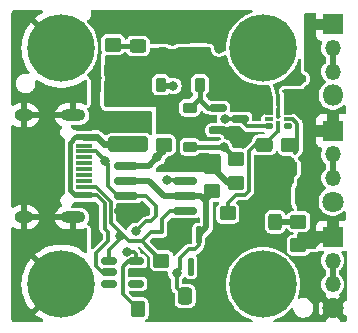
<source format=gbr>
%TF.GenerationSoftware,KiCad,Pcbnew,8.0.3*%
%TF.CreationDate,2024-07-08T02:18:10-04:00*%
%TF.ProjectId,USB-C-3-way-splitter-V4,5553422d-432d-4332-9d77-61792d73706c,rev?*%
%TF.SameCoordinates,Original*%
%TF.FileFunction,Copper,L1,Top*%
%TF.FilePolarity,Positive*%
%FSLAX46Y46*%
G04 Gerber Fmt 4.6, Leading zero omitted, Abs format (unit mm)*
G04 Created by KiCad (PCBNEW 8.0.3) date 2024-07-08 02:18:10*
%MOMM*%
%LPD*%
G01*
G04 APERTURE LIST*
G04 Aperture macros list*
%AMRoundRect*
0 Rectangle with rounded corners*
0 $1 Rounding radius*
0 $2 $3 $4 $5 $6 $7 $8 $9 X,Y pos of 4 corners*
0 Add a 4 corners polygon primitive as box body*
4,1,4,$2,$3,$4,$5,$6,$7,$8,$9,$2,$3,0*
0 Add four circle primitives for the rounded corners*
1,1,$1+$1,$2,$3*
1,1,$1+$1,$4,$5*
1,1,$1+$1,$6,$7*
1,1,$1+$1,$8,$9*
0 Add four rect primitives between the rounded corners*
20,1,$1+$1,$2,$3,$4,$5,0*
20,1,$1+$1,$4,$5,$6,$7,0*
20,1,$1+$1,$6,$7,$8,$9,0*
20,1,$1+$1,$8,$9,$2,$3,0*%
G04 Aperture macros list end*
%TA.AperFunction,SMDPad,CuDef*%
%ADD10RoundRect,0.250000X0.412500X0.650000X-0.412500X0.650000X-0.412500X-0.650000X0.412500X-0.650000X0*%
%TD*%
%TA.AperFunction,SMDPad,CuDef*%
%ADD11RoundRect,0.087500X-0.087500X-0.387500X0.087500X-0.387500X0.087500X0.387500X-0.087500X0.387500X0*%
%TD*%
%TA.AperFunction,SMDPad,CuDef*%
%ADD12RoundRect,0.087500X-0.087500X-0.425000X0.087500X-0.425000X0.087500X0.425000X-0.087500X0.425000X0*%
%TD*%
%TA.AperFunction,SMDPad,CuDef*%
%ADD13RoundRect,0.125000X-0.215000X-0.125000X0.215000X-0.125000X0.215000X0.125000X-0.215000X0.125000X0*%
%TD*%
%TA.AperFunction,SMDPad,CuDef*%
%ADD14RoundRect,0.087500X-0.252500X-0.087500X0.252500X-0.087500X0.252500X0.087500X-0.252500X0.087500X0*%
%TD*%
%TA.AperFunction,SMDPad,CuDef*%
%ADD15RoundRect,0.250000X0.450000X-0.350000X0.450000X0.350000X-0.450000X0.350000X-0.450000X-0.350000X0*%
%TD*%
%TA.AperFunction,SMDPad,CuDef*%
%ADD16RoundRect,0.250000X-0.450000X0.350000X-0.450000X-0.350000X0.450000X-0.350000X0.450000X0.350000X0*%
%TD*%
%TA.AperFunction,SMDPad,CuDef*%
%ADD17RoundRect,0.150000X-0.587500X-0.150000X0.587500X-0.150000X0.587500X0.150000X-0.587500X0.150000X0*%
%TD*%
%TA.AperFunction,SMDPad,CuDef*%
%ADD18RoundRect,0.225000X-0.375000X0.225000X-0.375000X-0.225000X0.375000X-0.225000X0.375000X0.225000X0*%
%TD*%
%TA.AperFunction,SMDPad,CuDef*%
%ADD19RoundRect,0.225000X0.225000X0.375000X-0.225000X0.375000X-0.225000X-0.375000X0.225000X-0.375000X0*%
%TD*%
%TA.AperFunction,ComponentPad*%
%ADD20C,5.700000*%
%TD*%
%TA.AperFunction,SMDPad,CuDef*%
%ADD21RoundRect,0.250000X1.450000X-0.400000X1.450000X0.400000X-1.450000X0.400000X-1.450000X-0.400000X0*%
%TD*%
%TA.AperFunction,SMDPad,CuDef*%
%ADD22RoundRect,0.112500X0.112500X0.637500X-0.112500X0.637500X-0.112500X-0.637500X0.112500X-0.637500X0*%
%TD*%
%TA.AperFunction,SMDPad,CuDef*%
%ADD23RoundRect,0.250000X-0.350000X-0.450000X0.350000X-0.450000X0.350000X0.450000X-0.350000X0.450000X0*%
%TD*%
%TA.AperFunction,ComponentPad*%
%ADD24R,1.800000X1.800000*%
%TD*%
%TA.AperFunction,ComponentPad*%
%ADD25O,1.350000X1.350000*%
%TD*%
%TA.AperFunction,ComponentPad*%
%ADD26C,1.800000*%
%TD*%
%TA.AperFunction,SMDPad,CuDef*%
%ADD27RoundRect,0.150000X-0.825000X-0.150000X0.825000X-0.150000X0.825000X0.150000X-0.825000X0.150000X0*%
%TD*%
%TA.AperFunction,SMDPad,CuDef*%
%ADD28RoundRect,0.250000X0.650000X-0.412500X0.650000X0.412500X-0.650000X0.412500X-0.650000X-0.412500X0*%
%TD*%
%TA.AperFunction,SMDPad,CuDef*%
%ADD29RoundRect,0.250000X-0.450000X0.325000X-0.450000X-0.325000X0.450000X-0.325000X0.450000X0.325000X0*%
%TD*%
%TA.AperFunction,SMDPad,CuDef*%
%ADD30RoundRect,0.250000X-0.337500X-0.475000X0.337500X-0.475000X0.337500X0.475000X-0.337500X0.475000X0*%
%TD*%
%TA.AperFunction,SMDPad,CuDef*%
%ADD31RoundRect,0.250000X-0.325000X-0.450000X0.325000X-0.450000X0.325000X0.450000X-0.325000X0.450000X0*%
%TD*%
%TA.AperFunction,ComponentPad*%
%ADD32O,1.800000X1.800000*%
%TD*%
%TA.AperFunction,SMDPad,CuDef*%
%ADD33RoundRect,0.250000X-0.475000X0.337500X-0.475000X-0.337500X0.475000X-0.337500X0.475000X0.337500X0*%
%TD*%
%TA.AperFunction,SMDPad,CuDef*%
%ADD34RoundRect,0.150000X-0.200000X0.150000X-0.200000X-0.150000X0.200000X-0.150000X0.200000X0.150000X0*%
%TD*%
%TA.AperFunction,SMDPad,CuDef*%
%ADD35RoundRect,0.150000X0.512500X0.150000X-0.512500X0.150000X-0.512500X-0.150000X0.512500X-0.150000X0*%
%TD*%
%TA.AperFunction,SMDPad,CuDef*%
%ADD36R,1.450000X0.600000*%
%TD*%
%TA.AperFunction,SMDPad,CuDef*%
%ADD37R,1.450000X0.300000*%
%TD*%
%TA.AperFunction,ComponentPad*%
%ADD38O,2.100000X1.000000*%
%TD*%
%TA.AperFunction,ComponentPad*%
%ADD39O,1.600000X1.000000*%
%TD*%
%TA.AperFunction,ViaPad*%
%ADD40C,0.800000*%
%TD*%
%TA.AperFunction,Conductor*%
%ADD41C,0.300000*%
%TD*%
%TA.AperFunction,Conductor*%
%ADD42C,0.500000*%
%TD*%
%TA.AperFunction,Conductor*%
%ADD43C,0.450000*%
%TD*%
%TA.AperFunction,Conductor*%
%ADD44C,1.000000*%
%TD*%
%TA.AperFunction,Conductor*%
%ADD45C,0.600000*%
%TD*%
G04 APERTURE END LIST*
D10*
%TO.P,C2,1*%
%TO.N,+5V*%
X23462500Y-2500000D03*
%TO.P,C2,2*%
%TO.N,GND*%
X20337500Y-2500000D03*
%TD*%
D11*
%TO.P,U2,13,GND*%
%TO.N,GND*%
X21400000Y4462500D03*
D12*
%TO.P,U2,12,GND*%
X21400000Y5600000D03*
D13*
%TO.P,U2,11,Vout*%
%TO.N,+5V*%
X22210000Y5537500D03*
D14*
%TO.P,U2,10,Vout*%
X22210000Y4962500D03*
%TO.P,U2,9,Vout*%
X22210000Y4462500D03*
%TO.P,U2,8,Ilim*%
%TO.N,Net-(U2-Ilim)*%
X22210000Y3962500D03*
D13*
%TO.P,U2,7,dV/dt*%
%TO.N,unconnected-(U2-dV{slash}dt-Pad7)*%
X22210000Y3387500D03*
D12*
%TO.P,U2,6,SENSE*%
%TO.N,Net-(U2-SENSE)*%
X21400000Y3325000D03*
D13*
%TO.P,U2,5,EN/FAULT*%
%TO.N,EN-OPEN-COL*%
X20590000Y3387500D03*
D14*
%TO.P,U2,4,SASin*%
%TO.N,unconnected-(U2-SASin-Pad4)*%
X20590000Y3962500D03*
%TO.P,U2,3,Vin*%
%TO.N,VBUS*%
X20590000Y4462500D03*
%TO.P,U2,2,Vin*%
X20590000Y4962500D03*
D13*
%TO.P,U2,1,Vin*%
X20590000Y5537500D03*
%TD*%
D15*
%TO.P,R9,1*%
%TO.N,VBUS*%
X17800000Y-1400000D03*
%TO.P,R9,2*%
%TO.N,Net-(D5-A)*%
X17800000Y600000D03*
%TD*%
D16*
%TO.P,R8,1*%
%TO.N,VBUS*%
X11700000Y3800000D03*
%TO.P,R8,2*%
%TO.N,Net-(D4-A)*%
X11700000Y1800000D03*
%TD*%
D17*
%TO.P,Q1,1,G*%
%TO.N,Net-(D4-K)*%
X16262500Y4950000D03*
%TO.P,Q1,2,S*%
%TO.N,GND*%
X16262500Y3050000D03*
%TO.P,Q1,3,D*%
%TO.N,EN-OPEN-COL*%
X18137500Y4000000D03*
%TD*%
D18*
%TO.P,D5,1,K*%
%TO.N,Net-(D4-K)*%
X13900000Y4950000D03*
%TO.P,D5,2,A*%
%TO.N,Net-(D5-A)*%
X13900000Y1650000D03*
%TD*%
D19*
%TO.P,D4,1,K*%
%TO.N,Net-(D4-K)*%
X14750000Y6900000D03*
%TO.P,D4,2,A*%
%TO.N,Net-(D4-A)*%
X11450000Y6900000D03*
%TD*%
D20*
%TO.P,H4,1,1*%
%TO.N,GNDPWR*%
X20100000Y-10000000D03*
%TD*%
D21*
%TO.P,F1,1*%
%TO.N,V-UNFUSED*%
X8700000Y1850000D03*
%TO.P,F1,2*%
%TO.N,VBUS*%
X8700000Y6300000D03*
%TD*%
D22*
%TO.P,D1,1,K*%
%TO.N,+1V2*%
X14650000Y-5840000D03*
%TO.P,D1,2,A*%
%TO.N,GND*%
X13350000Y-5840000D03*
%TO.P,D1,3*%
%TO.N,N/C*%
X14000000Y-8500000D03*
%TD*%
D23*
%TO.P,R1,1*%
%TO.N,CC1*%
X9500000Y-12100000D03*
%TO.P,R1,2*%
%TO.N,GND*%
X11500000Y-12100000D03*
%TD*%
D24*
%TO.P,J3,1,Pin_1*%
%TO.N,+5V*%
X26000000Y3000000D03*
D25*
%TO.P,J3,2,Pin_2*%
%TO.N,Net-(J3-Pin_2)*%
X26000000Y1000000D03*
%TO.P,J3,3,Pin_3*%
X26000000Y-1000000D03*
D26*
%TO.P,J3,4,Pin_4*%
%TO.N,GND*%
X26000000Y-3000000D03*
%TD*%
D20*
%TO.P,H2,1,1*%
%TO.N,GNDPWR*%
X3000000Y-10000000D03*
%TD*%
D27*
%TO.P,U1,1*%
%TO.N,Net-(D4-A)*%
X8525000Y5000D03*
%TO.P,U1,2,-*%
%TO.N,+1V2*%
X8525000Y-1265000D03*
%TO.P,U1,3,+*%
%TO.N,CC1*%
X8525000Y-2535000D03*
%TO.P,U1,4,V-*%
%TO.N,GND*%
X8525000Y-3805000D03*
%TO.P,U1,5,+*%
%TO.N,CC2*%
X13475000Y-3805000D03*
%TO.P,U1,6,-*%
%TO.N,+1V2*%
X13475000Y-2535000D03*
%TO.P,U1,7*%
%TO.N,Net-(D5-A)*%
X13475000Y-1265000D03*
%TO.P,U1,8,V+*%
%TO.N,VBUS*%
X13475000Y5000D03*
%TD*%
D16*
%TO.P,R3,1*%
%TO.N,VBUS*%
X15800000Y-100000D03*
%TO.P,R3,2*%
%TO.N,+1V2*%
X15800000Y-2100000D03*
%TD*%
%TO.P,R7,1*%
%TO.N,Net-(U2-Ilim)*%
X22300000Y1800000D03*
%TO.P,R7,2*%
%TO.N,GND*%
X22300000Y-200000D03*
%TD*%
D28*
%TO.P,C3,1*%
%TO.N,VBUS*%
X11800000Y9037500D03*
%TO.P,C3,2*%
%TO.N,GND*%
X11800000Y12162500D03*
%TD*%
D29*
%TO.P,D2,1,K*%
%TO.N,GND*%
X9500000Y12225000D03*
%TO.P,D2,2,A*%
%TO.N,Net-(D2-A)*%
X9500000Y10175000D03*
%TD*%
D30*
%TO.P,C5,1*%
%TO.N,+1V2*%
X13500000Y-11000000D03*
%TO.P,C5,2*%
%TO.N,GND*%
X15575000Y-11000000D03*
%TD*%
D31*
%TO.P,D3,1,K*%
%TO.N,GND*%
X19075000Y-4700000D03*
%TO.P,D3,2,A*%
%TO.N,Net-(D3-A)*%
X21125000Y-4700000D03*
%TD*%
D24*
%TO.P,J2,1,Pin_1*%
%TO.N,+5V*%
X26000000Y12000000D03*
D25*
%TO.P,J2,2,Pin_2*%
%TO.N,Net-(J2-Pin_2)*%
X26000000Y10000000D03*
%TO.P,J2,3,Pin_3*%
X26000000Y8000000D03*
D32*
%TO.P,J2,4,Pin_4*%
%TO.N,GND*%
X26000000Y6000000D03*
%TD*%
D16*
%TO.P,R6,1*%
%TO.N,Net-(U2-SENSE)*%
X17100000Y-4000000D03*
%TO.P,R6,2*%
%TO.N,GND*%
X17100000Y-6000000D03*
%TD*%
D15*
%TO.P,R5,2*%
%TO.N,Net-(D3-A)*%
X23100000Y-4700000D03*
%TO.P,R5,1*%
%TO.N,+5V*%
X23100000Y-6700000D03*
%TD*%
D33*
%TO.P,C1,1*%
%TO.N,Net-(U2-SENSE)*%
X20200000Y1800000D03*
%TO.P,C1,2*%
%TO.N,GND*%
X20200000Y-275000D03*
%TD*%
D15*
%TO.P,R4,1*%
%TO.N,VBUS*%
X7400000Y8300000D03*
%TO.P,R4,2*%
%TO.N,Net-(D2-A)*%
X7400000Y10300000D03*
%TD*%
D20*
%TO.P,H1,1,1*%
%TO.N,GNDPWR*%
X3000000Y10000000D03*
%TD*%
D16*
%TO.P,R2,1*%
%TO.N,CC2*%
X11500000Y-8000000D03*
%TO.P,R2,2*%
%TO.N,GND*%
X11500000Y-10000000D03*
%TD*%
D34*
%TO.P,D6,1,K*%
%TO.N,+5V*%
X23400000Y6000000D03*
%TO.P,D6,2,A*%
%TO.N,GND*%
X23400000Y7400000D03*
%TD*%
D35*
%TO.P,U3,1,IO1*%
%TO.N,unconnected-(U3-IO1-Pad1)*%
X9337500Y-9950000D03*
%TO.P,U3,2,VN*%
%TO.N,GND*%
X9337500Y-9000000D03*
%TO.P,U3,3,IO2*%
%TO.N,CC1*%
X9337500Y-8050000D03*
%TO.P,U3,4,IO3*%
%TO.N,CC2*%
X7062500Y-8050000D03*
%TO.P,U3,5,VP*%
%TO.N,V-UNFUSED*%
X7062500Y-9000000D03*
%TO.P,U3,6,IO4*%
%TO.N,unconnected-(U3-IO4-Pad6)*%
X7062500Y-9950000D03*
%TD*%
D36*
%TO.P,J1,A1,GND*%
%TO.N,GND*%
X4945000Y3250000D03*
%TO.P,J1,A4,VBUS*%
%TO.N,V-UNFUSED*%
X4945000Y2450000D03*
D37*
%TO.P,J1,A5,CC1*%
%TO.N,CC1*%
X4945000Y1250000D03*
%TO.P,J1,A6,D+*%
%TO.N,unconnected-(J1-D+-PadA6)*%
X4945000Y250000D03*
%TO.P,J1,A7,D-*%
%TO.N,unconnected-(J1-D--PadA7)*%
X4945000Y-250000D03*
%TO.P,J1,A8,SBU1*%
%TO.N,unconnected-(J1-SBU1-PadA8)*%
X4945000Y-1250000D03*
D36*
%TO.P,J1,A9,VBUS*%
%TO.N,V-UNFUSED*%
X4945000Y-2450000D03*
%TO.P,J1,A12,GND*%
%TO.N,GND*%
X4945000Y-3250000D03*
%TO.P,J1,B1,GND*%
X4945000Y-3250000D03*
%TO.P,J1,B4,VBUS*%
%TO.N,V-UNFUSED*%
X4945000Y-2450000D03*
D37*
%TO.P,J1,B5,CC2*%
%TO.N,CC2*%
X4945000Y-1750000D03*
%TO.P,J1,B6,D+*%
%TO.N,unconnected-(J1-D+-PadB6)*%
X4945000Y-750000D03*
%TO.P,J1,B7,D-*%
%TO.N,unconnected-(J1-D--PadB7)*%
X4945000Y750000D03*
%TO.P,J1,B8,SBU2*%
%TO.N,unconnected-(J1-SBU2-PadB8)*%
X4945000Y1750000D03*
D36*
%TO.P,J1,B9,VBUS*%
%TO.N,V-UNFUSED*%
X4945000Y2450000D03*
%TO.P,J1,B12,GND*%
%TO.N,GND*%
X4945000Y3250000D03*
D38*
%TO.P,J1,S1,SHIELD*%
%TO.N,GNDPWR*%
X4030000Y4320000D03*
D39*
X-150000Y4320000D03*
D38*
X4030000Y-4320000D03*
D39*
X-150000Y-4320000D03*
%TD*%
D20*
%TO.P,H3,1,1*%
%TO.N,GNDPWR*%
X20100000Y10000000D03*
%TD*%
D24*
%TO.P,J4,1,Pin_1*%
%TO.N,+5V*%
X26000000Y-6000000D03*
D25*
%TO.P,J4,2,Pin_2*%
%TO.N,Net-(J4-Pin_2)*%
X26000000Y-8000000D03*
%TO.P,J4,3,Pin_3*%
X26000000Y-10000000D03*
D26*
%TO.P,J4,4,Pin_4*%
%TO.N,GND*%
X26000000Y-12000000D03*
%TD*%
D40*
%TO.N,GND*%
X19000000Y-3200000D03*
%TO.N,Net-(D5-A)*%
X16800000Y1600000D03*
%TO.N,EN-OPEN-COL*%
X16900000Y4000000D03*
%TO.N,GND*%
X22800000Y7700000D03*
X21800000Y-2200000D03*
X17500000Y2900000D03*
%TO.N,Net-(D4-A)*%
X12500000Y6800000D03*
%TO.N,Net-(D5-A)*%
X12000000Y-1200000D03*
%TO.N,GND*%
X9600000Y3700000D03*
X10100000Y-3850000D03*
X16400000Y9950000D03*
X16450000Y10900000D03*
X12400000Y10600000D03*
X6200000Y3600000D03*
X15800000Y-6300000D03*
X5800000Y-4900000D03*
X12500000Y-5200000D03*
X18500000Y-6800000D03*
X10700000Y-11000000D03*
X5800000Y-3900000D03*
X6100000Y4700000D03*
X6000000Y7500000D03*
X6000000Y-5900000D03*
%TO.N,CC1*%
X9300000Y-5500000D03*
X6750000Y450000D03*
X8600000Y-7300000D03*
%TO.N,CC2*%
X8000000Y-5900000D03*
%TO.N,+1V2*%
X12775000Y-9025000D03*
%TO.N,Net-(D4-A)*%
X11150000Y750000D03*
%TD*%
D41*
%TO.N,Net-(U2-Ilim)*%
X23000000Y1350000D02*
X22800000Y1150000D01*
X23000000Y3600000D02*
X23000000Y1350000D01*
X22637500Y3962500D02*
X23000000Y3600000D01*
X22210000Y3962500D02*
X22637500Y3962500D01*
D42*
%TO.N,Net-(D3-A)*%
X21125000Y-4700000D02*
X23100000Y-4700000D01*
D41*
%TO.N,EN-OPEN-COL*%
X16900000Y4000000D02*
X18137500Y4000000D01*
X18750000Y3387500D02*
X18137500Y4000000D01*
X20590000Y3387500D02*
X18750000Y3387500D01*
%TO.N,Net-(U2-SENSE)*%
X21400000Y3000000D02*
X21400000Y3325000D01*
X20200000Y1800000D02*
X21400000Y3000000D01*
X19400000Y1800000D02*
X20200000Y1800000D01*
X18900000Y1300000D02*
X19400000Y1800000D01*
X18900000Y-2100000D02*
X18900000Y1300000D01*
X18600000Y-2400000D02*
X18900000Y-2100000D01*
X17800000Y-2400000D02*
X18600000Y-2400000D01*
X17100000Y-4000000D02*
X17100000Y-3100000D01*
X17100000Y-3100000D02*
X17800000Y-2400000D01*
D42*
%TO.N,VBUS*%
X17100000Y-1400000D02*
X15800000Y-100000D01*
X17800000Y-1400000D02*
X17100000Y-1400000D01*
D41*
X12900000Y2600000D02*
X11700000Y3800000D01*
X12900000Y580000D02*
X12900000Y2600000D01*
X13475000Y5000D02*
X12900000Y580000D01*
D43*
%TO.N,Net-(D4-K)*%
X15450000Y4950000D02*
X14675000Y5725000D01*
X16262500Y4950000D02*
X15450000Y4950000D01*
%TO.N,Net-(D5-A)*%
X16800000Y1600000D02*
X17800000Y600000D01*
X15700000Y1600000D02*
X16800000Y1600000D01*
X15650000Y1650000D02*
X15700000Y1600000D01*
X13900000Y1650000D02*
X15650000Y1650000D01*
%TO.N,Net-(D4-K)*%
X14675000Y5725000D02*
X13900000Y4950000D01*
X14750000Y5800000D02*
X14675000Y5725000D01*
X14750000Y6900000D02*
X14750000Y5800000D01*
%TO.N,Net-(D2-A)*%
X7525000Y10175000D02*
X7400000Y10300000D01*
X9500000Y10175000D02*
X7525000Y10175000D01*
D42*
%TO.N,Net-(D4-A)*%
X11750000Y6800000D02*
X11650000Y6900000D01*
X12500000Y6800000D02*
X11750000Y6800000D01*
X11700000Y1300000D02*
X11150000Y750000D01*
X11700000Y1800000D02*
X11700000Y1300000D01*
D41*
%TO.N,Net-(D5-A)*%
X12000000Y-1200000D02*
X13410000Y-1200000D01*
X13410000Y-1200000D02*
X13475000Y-1265000D01*
D42*
%TO.N,GND*%
X8525000Y-3805000D02*
X10055000Y-3805000D01*
X10055000Y-3805000D02*
X10100000Y-3850000D01*
%TO.N,VBUS*%
X13580000Y-100000D02*
X13475000Y5000D01*
X15800000Y-100000D02*
X13580000Y-100000D01*
%TO.N,+5V*%
X25150000Y-6000000D02*
X26000000Y-6000000D01*
X23100000Y-6700000D02*
X24450000Y-6700000D01*
X24450000Y-6700000D02*
X25150000Y-6000000D01*
D44*
X26037500Y-6062500D02*
X26100000Y-6000000D01*
D41*
%TO.N,CC1*%
X6750000Y450000D02*
X6770000Y450000D01*
X10175000Y-4625000D02*
X9300000Y-5500000D01*
X9300000Y-7400000D02*
X9300000Y-8012500D01*
X9500000Y-12100000D02*
X8200000Y-10800000D01*
X6750000Y470000D02*
X6750000Y450000D01*
X4945000Y1250000D02*
X5970000Y1250000D01*
X5970000Y1250000D02*
X6750000Y470000D01*
X8600000Y-7300000D02*
X9200000Y-7300000D01*
X8200000Y-10800000D02*
X8200000Y-8500000D01*
X7835000Y-2535000D02*
X8525000Y-2535000D01*
X10625000Y-4625000D02*
X10175000Y-4625000D01*
X8650000Y-8050000D02*
X9337500Y-8050000D01*
X10185000Y-2535000D02*
X11000000Y-3350000D01*
X11000000Y-4250000D02*
X10625000Y-4625000D01*
X9200000Y-7300000D02*
X9300000Y-7400000D01*
X8525000Y-2535000D02*
X10185000Y-2535000D01*
X11000000Y-3350000D02*
X11000000Y-4250000D01*
X7000000Y-1700000D02*
X7835000Y-2535000D01*
X9300000Y-8012500D02*
X9337500Y-8050000D01*
X6770000Y450000D02*
X7000000Y220000D01*
X7000000Y220000D02*
X7000000Y-1700000D01*
X8200000Y-8500000D02*
X8650000Y-8050000D01*
%TO.N,CC2*%
X10600000Y-5600000D02*
X9850000Y-6350000D01*
X8300000Y-5900000D02*
X8750000Y-6350000D01*
X8000000Y-6200000D02*
X8000000Y-5900000D01*
X11500000Y-8000000D02*
X9850000Y-6350000D01*
X11550000Y-5600000D02*
X10600000Y-5600000D01*
X7300000Y-4900000D02*
X8300000Y-5900000D01*
X7300000Y-4900000D02*
X7200000Y-4800000D01*
X7062500Y-8050000D02*
X7062500Y-7137500D01*
X11550000Y-4500000D02*
X12245000Y-3805000D01*
X7062500Y-7137500D02*
X8000000Y-6200000D01*
X6950000Y-2750000D02*
X5950000Y-1750000D01*
X7200000Y-4800000D02*
X7200000Y-3000000D01*
X12245000Y-3805000D02*
X13475000Y-3805000D01*
X5950000Y-1750000D02*
X4945000Y-1750000D01*
X8000000Y-5900000D02*
X8300000Y-5900000D01*
X11550000Y-5600000D02*
X11550000Y-4500000D01*
X7200000Y-3000000D02*
X6950000Y-2750000D01*
X8300000Y-5900000D02*
X8300000Y-5900000D01*
X8750000Y-6350000D02*
X9850000Y-6350000D01*
D42*
%TO.N,+1V2*%
X14835000Y-2535000D02*
X15200000Y-2900000D01*
X11735000Y-2535000D02*
X13475000Y-2535000D01*
X15800000Y-2300000D02*
X15200000Y-2900000D01*
D41*
X13100000Y-8700000D02*
X13100000Y-7750000D01*
X14300000Y-7050000D02*
X14650000Y-6700000D01*
D42*
X13475000Y-2535000D02*
X14835000Y-2535000D01*
X15300000Y-3000000D02*
X15300000Y-5190000D01*
X15800000Y-2100000D02*
X15800000Y-2300000D01*
D41*
X12775000Y-10275000D02*
X13500000Y-11000000D01*
X12775000Y-9025000D02*
X13100000Y-8700000D01*
D42*
X10465000Y-1265000D02*
X11735000Y-2535000D01*
D41*
X13100000Y-7750000D02*
X13800000Y-7050000D01*
D42*
X15300000Y-5190000D02*
X14650000Y-5840000D01*
D41*
X12775000Y-9025000D02*
X12775000Y-10275000D01*
D42*
X15200000Y-2900000D02*
X15300000Y-3000000D01*
D41*
X14650000Y-6700000D02*
X14650000Y-5840000D01*
X13800000Y-7050000D02*
X14300000Y-7050000D01*
D42*
X8525000Y-1265000D02*
X10465000Y-1265000D01*
%TO.N,Net-(J3-Pin_2)*%
X26000000Y-1000000D02*
X26000000Y1000000D01*
%TO.N,Net-(J4-Pin_2)*%
X26000000Y-8000000D02*
X26000000Y-10000000D01*
%TO.N,Net-(J2-Pin_2)*%
X26000000Y10000000D02*
X26000000Y8000000D01*
D43*
%TO.N,V-UNFUSED*%
X3750000Y2002972D02*
X4197028Y2450000D01*
D41*
X7000000Y-5600000D02*
X6700000Y-5300000D01*
D43*
X4197028Y2450000D02*
X4945000Y2450000D01*
X4197028Y-2450000D02*
X3750000Y-2002972D01*
D41*
X6700000Y-3139790D02*
X6010210Y-2450000D01*
X6458167Y-9000000D02*
X5929083Y-8470917D01*
X6700000Y-5300000D02*
X6700000Y-3139790D01*
X5929083Y-8470917D02*
X5929083Y-7370917D01*
X7062500Y-9000000D02*
X6458167Y-9000000D01*
D45*
X6050000Y2450000D02*
X4945000Y2450000D01*
D43*
X3750000Y-2002972D02*
X3750000Y2002972D01*
D41*
X6010210Y-2450000D02*
X4945000Y-2450000D01*
X7000000Y-6300000D02*
X7000000Y-5600000D01*
D45*
X9200000Y1850000D02*
X6650000Y1850000D01*
X6650000Y1850000D02*
X6050000Y2450000D01*
D41*
X5929083Y-7370917D02*
X7000000Y-6300000D01*
D43*
X4945000Y-2450000D02*
X4197028Y-2450000D01*
D42*
%TO.N,Net-(D4-A)*%
X10405000Y5000D02*
X11150000Y750000D01*
X8525000Y5000D02*
X10405000Y5000D01*
%TD*%
%TA.AperFunction,Conductor*%
%TO.N,+5V*%
G36*
X24543039Y12980315D02*
G01*
X24588794Y12927511D01*
X24600000Y12876000D01*
X24600000Y12500000D01*
X25666027Y12500000D01*
X25631592Y12480119D01*
X25519881Y12368408D01*
X25440889Y12231591D01*
X25400000Y12078991D01*
X25400000Y11921009D01*
X25440889Y11768409D01*
X25519881Y11631592D01*
X25631592Y11519881D01*
X25666027Y11500000D01*
X24600000Y11500000D01*
X24600000Y11052155D01*
X24606401Y10992627D01*
X24606403Y10992620D01*
X24656645Y10857913D01*
X24656649Y10857906D01*
X24742809Y10742812D01*
X24742812Y10742809D01*
X24857906Y10656649D01*
X24857913Y10656645D01*
X24992620Y10606403D01*
X24992626Y10606401D01*
X25023030Y10603132D01*
X25087580Y10576392D01*
X25127427Y10518998D01*
X25129918Y10449173D01*
X25119130Y10421391D01*
X25094396Y10375116D01*
X25038614Y10191229D01*
X25019780Y10000000D01*
X25038614Y9808770D01*
X25094396Y9624881D01*
X25184973Y9455424D01*
X25184977Y9455417D01*
X25306879Y9306879D01*
X25404165Y9227039D01*
X25443499Y9169293D01*
X25449500Y9131186D01*
X25449500Y8868812D01*
X25429815Y8801773D01*
X25404166Y8772960D01*
X25306880Y8693120D01*
X25306879Y8693119D01*
X25184977Y8544582D01*
X25184973Y8544575D01*
X25094396Y8375118D01*
X25038614Y8191229D01*
X25019780Y8000000D01*
X25038614Y7808770D01*
X25094396Y7624881D01*
X25184973Y7455424D01*
X25184977Y7455417D01*
X25306879Y7306879D01*
X25397902Y7232179D01*
X25437236Y7174433D01*
X25439107Y7104588D01*
X25402919Y7044820D01*
X25384514Y7030899D01*
X25273439Y6962125D01*
X25273437Y6962123D01*
X25109020Y6812238D01*
X24974943Y6634691D01*
X24974938Y6634683D01*
X24875775Y6435538D01*
X24875769Y6435523D01*
X24814885Y6221537D01*
X24814884Y6221535D01*
X24794357Y6000000D01*
X24794357Y5999999D01*
X24814884Y5778464D01*
X24814885Y5778462D01*
X24875769Y5564476D01*
X24875775Y5564461D01*
X24974938Y5365316D01*
X24974943Y5365308D01*
X25109020Y5187761D01*
X25273437Y5037876D01*
X25273439Y5037874D01*
X25462595Y4920754D01*
X25462601Y4920752D01*
X25509320Y4902653D01*
X25670060Y4840382D01*
X25888757Y4799500D01*
X25888759Y4799500D01*
X26111241Y4799500D01*
X26111243Y4799500D01*
X26329940Y4840382D01*
X26537401Y4920753D01*
X26537404Y4920754D01*
X26726560Y5037874D01*
X26726562Y5037876D01*
X26892462Y5189113D01*
X26955266Y5219730D01*
X27024653Y5211532D01*
X27078593Y5167122D01*
X27099961Y5100600D01*
X27100000Y5097476D01*
X27100000Y4521686D01*
X27080315Y4454647D01*
X27027511Y4408892D01*
X26962743Y4398397D01*
X26947841Y4399999D01*
X26947828Y4400000D01*
X26500000Y4400000D01*
X26500000Y3333973D01*
X26480119Y3368408D01*
X26368408Y3480119D01*
X26231591Y3559111D01*
X26078991Y3600000D01*
X25921009Y3600000D01*
X25768409Y3559111D01*
X25631592Y3480119D01*
X25519881Y3368408D01*
X25440889Y3231591D01*
X25400000Y3078991D01*
X25400000Y2921009D01*
X25440889Y2768409D01*
X25519881Y2631592D01*
X25631592Y2519881D01*
X25666027Y2500000D01*
X24600000Y2500000D01*
X24600000Y2052155D01*
X24606401Y1992627D01*
X24606403Y1992620D01*
X24656645Y1857913D01*
X24656649Y1857906D01*
X24742809Y1742812D01*
X24742812Y1742809D01*
X24857906Y1656649D01*
X24857913Y1656645D01*
X24992620Y1606403D01*
X24992626Y1606401D01*
X25023030Y1603132D01*
X25087580Y1576392D01*
X25127427Y1518998D01*
X25129918Y1449173D01*
X25119130Y1421391D01*
X25097114Y1380201D01*
X25094395Y1375114D01*
X25077202Y1318436D01*
X25038614Y1191229D01*
X25019780Y1000000D01*
X25038614Y808770D01*
X25094396Y624881D01*
X25184973Y455424D01*
X25184977Y455417D01*
X25306879Y306879D01*
X25404165Y227039D01*
X25443499Y169293D01*
X25449500Y131186D01*
X25449500Y-131186D01*
X25429815Y-198225D01*
X25404165Y-227039D01*
X25306879Y-306879D01*
X25184977Y-455417D01*
X25184973Y-455424D01*
X25094396Y-624881D01*
X25038614Y-808770D01*
X25019780Y-1000000D01*
X25038614Y-1191229D01*
X25094396Y-1375118D01*
X25184973Y-1544575D01*
X25184977Y-1544582D01*
X25306879Y-1693120D01*
X25397902Y-1767820D01*
X25437236Y-1825565D01*
X25439107Y-1895410D01*
X25402920Y-1955178D01*
X25384515Y-1969100D01*
X25273436Y-2037877D01*
X25109020Y-2187761D01*
X24974943Y-2365308D01*
X24974938Y-2365316D01*
X24875775Y-2564461D01*
X24875769Y-2564476D01*
X24814885Y-2778462D01*
X24814884Y-2778464D01*
X24794357Y-2999999D01*
X24794357Y-3000000D01*
X24814884Y-3221535D01*
X24814885Y-3221537D01*
X24875769Y-3435523D01*
X24875775Y-3435538D01*
X24974938Y-3634683D01*
X24974943Y-3634691D01*
X25109020Y-3812238D01*
X25273437Y-3962123D01*
X25273439Y-3962125D01*
X25462595Y-4079245D01*
X25462596Y-4079245D01*
X25462599Y-4079247D01*
X25670060Y-4159618D01*
X25888757Y-4200500D01*
X25888759Y-4200500D01*
X26111241Y-4200500D01*
X26111243Y-4200500D01*
X26329940Y-4159618D01*
X26537401Y-4079247D01*
X26726562Y-3962124D01*
X26890981Y-3812236D01*
X26890980Y-3812236D01*
X26892462Y-3810886D01*
X26955266Y-3780269D01*
X27024653Y-3788466D01*
X27078593Y-3832876D01*
X27099961Y-3899398D01*
X27100000Y-3902523D01*
X27100000Y-4478313D01*
X27080315Y-4545352D01*
X27027511Y-4591107D01*
X26962750Y-4601603D01*
X26947840Y-4600000D01*
X26500000Y-4600000D01*
X26500000Y-5666026D01*
X26480119Y-5631592D01*
X26368408Y-5519881D01*
X26231591Y-5440889D01*
X26078991Y-5400000D01*
X25921009Y-5400000D01*
X25768409Y-5440889D01*
X25631592Y-5519881D01*
X25519881Y-5631592D01*
X25440889Y-5768409D01*
X25400000Y-5921009D01*
X25400000Y-6078991D01*
X25440889Y-6231591D01*
X25519881Y-6368408D01*
X25631592Y-6480119D01*
X25666027Y-6500000D01*
X24600000Y-6500000D01*
X24600000Y-6876000D01*
X24580315Y-6943039D01*
X24527511Y-6988794D01*
X24476000Y-7000000D01*
X23124000Y-7000000D01*
X23056961Y-6980315D01*
X23011206Y-6927511D01*
X23000000Y-6876000D01*
X23000000Y-5724500D01*
X23019685Y-5657461D01*
X23072489Y-5611706D01*
X23124000Y-5600500D01*
X23593097Y-5600500D01*
X23593102Y-5600500D01*
X23681564Y-5589877D01*
X23822342Y-5534361D01*
X23942922Y-5442922D01*
X24034361Y-5322342D01*
X24089877Y-5181564D01*
X24100500Y-5093102D01*
X24100500Y-5052155D01*
X24600000Y-5052155D01*
X24600000Y-5500000D01*
X25500000Y-5500000D01*
X25500000Y-4600000D01*
X25052155Y-4600000D01*
X24992627Y-4606401D01*
X24992620Y-4606403D01*
X24857913Y-4656645D01*
X24857906Y-4656649D01*
X24742812Y-4742809D01*
X24742809Y-4742812D01*
X24656649Y-4857906D01*
X24656645Y-4857913D01*
X24606403Y-4992620D01*
X24606401Y-4992627D01*
X24600000Y-5052155D01*
X24100500Y-5052155D01*
X24100500Y-4306898D01*
X24089877Y-4218436D01*
X24034361Y-4077658D01*
X24034360Y-4077657D01*
X24034360Y-4077656D01*
X23942922Y-3957077D01*
X23822343Y-3865639D01*
X23686922Y-3812236D01*
X23681564Y-3810123D01*
X23681563Y-3810122D01*
X23681561Y-3810122D01*
X23635926Y-3804642D01*
X23593102Y-3799500D01*
X23124000Y-3799500D01*
X23056961Y-3779815D01*
X23011206Y-3727011D01*
X23000000Y-3675500D01*
X23000000Y-1112892D01*
X23019685Y-1045853D01*
X23049072Y-1014090D01*
X23142922Y-942922D01*
X23234361Y-822342D01*
X23289877Y-681564D01*
X23300500Y-593102D01*
X23300500Y193102D01*
X23289877Y281564D01*
X23234361Y422342D01*
X23142922Y542922D01*
X23077468Y592557D01*
X23035946Y648747D01*
X23031394Y718469D01*
X23065258Y779583D01*
X23076377Y789274D01*
X23360488Y1073384D01*
X23360494Y1073392D01*
X23419795Y1176106D01*
X23419799Y1176113D01*
X23420670Y1179366D01*
X23429546Y1212486D01*
X23450499Y1290689D01*
X23450500Y1290691D01*
X23450500Y3659309D01*
X23419799Y3773886D01*
X23415076Y3782065D01*
X23394731Y3817306D01*
X23360493Y3876607D01*
X23360489Y3876614D01*
X23289259Y3947844D01*
X24600000Y3947844D01*
X24600000Y3500000D01*
X25500000Y3500000D01*
X25500000Y4400000D01*
X25052172Y4400000D01*
X25052155Y4399999D01*
X24992627Y4393598D01*
X24992620Y4393596D01*
X24857913Y4343354D01*
X24857906Y4343350D01*
X24742812Y4257190D01*
X24742809Y4257187D01*
X24656649Y4142093D01*
X24656645Y4142086D01*
X24606403Y4007379D01*
X24606401Y4007372D01*
X24600000Y3947844D01*
X23289259Y3947844D01*
X22914114Y4322989D01*
X22811387Y4382299D01*
X22787173Y4388786D01*
X22696809Y4413000D01*
X22696808Y4413000D01*
X22634484Y4413000D01*
X22593872Y4422749D01*
X22593172Y4420594D01*
X22583894Y4423608D01*
X22583893Y4423609D01*
X22583891Y4423609D01*
X22583889Y4423610D01*
X22559523Y4427468D01*
X22493033Y4438000D01*
X21999498Y4437999D01*
X21932460Y4457683D01*
X21886705Y4510487D01*
X21875499Y4561999D01*
X21875499Y4880537D01*
X21861109Y4971392D01*
X21860203Y4974183D01*
X21860100Y4977762D01*
X21859583Y4981032D01*
X21860005Y4981098D01*
X21858208Y5044024D01*
X21860204Y5050820D01*
X21861109Y5053608D01*
X21868552Y5100600D01*
X21875500Y5144467D01*
X21875499Y6055532D01*
X21875499Y6055533D01*
X21875499Y6055537D01*
X21861110Y6146388D01*
X21861110Y6146389D01*
X21861109Y6146390D01*
X21861109Y6146393D01*
X21805311Y6255903D01*
X21805306Y6255908D01*
X21772896Y6288319D01*
X21739411Y6349642D01*
X21744395Y6419334D01*
X21786267Y6475267D01*
X21851731Y6499684D01*
X21860577Y6500000D01*
X23600000Y6500000D01*
X23600000Y6684733D01*
X23619685Y6751772D01*
X23672489Y6797527D01*
X23683044Y6801774D01*
X23812882Y6847207D01*
X23922150Y6927850D01*
X24002793Y7037118D01*
X24031538Y7119266D01*
X24047646Y7165298D01*
X24047646Y7165300D01*
X24050500Y7195730D01*
X24050500Y7604269D01*
X24047646Y7634699D01*
X24047646Y7634701D01*
X24025219Y7698790D01*
X24002793Y7762882D01*
X23922150Y7872150D01*
X23812882Y7952793D01*
X23716465Y7986530D01*
X23683045Y7998225D01*
X23626269Y8038946D01*
X23600522Y8103899D01*
X23600000Y8115266D01*
X23600000Y12876000D01*
X23619685Y12943039D01*
X23672489Y12988794D01*
X23724000Y13000000D01*
X24476000Y13000000D01*
X24543039Y12980315D01*
G37*
%TD.AperFunction*%
%TA.AperFunction,Conductor*%
G36*
X26500000Y-6376000D02*
G01*
X26480315Y-6443039D01*
X26427511Y-6488794D01*
X26376000Y-6500000D01*
X26333973Y-6500000D01*
X26368408Y-6480119D01*
X26480119Y-6368408D01*
X26500000Y-6333973D01*
X26500000Y-6376000D01*
G37*
%TD.AperFunction*%
%TA.AperFunction,Conductor*%
G36*
X26500000Y2624000D02*
G01*
X26480315Y2556961D01*
X26427511Y2511206D01*
X26376000Y2500000D01*
X26333973Y2500000D01*
X26368408Y2519881D01*
X26480119Y2631592D01*
X26500000Y2666026D01*
X26500000Y2624000D01*
G37*
%TD.AperFunction*%
%TA.AperFunction,Conductor*%
G36*
X26500000Y11624000D02*
G01*
X26480315Y11556961D01*
X26427511Y11511206D01*
X26376000Y11500000D01*
X26333973Y11500000D01*
X26368408Y11519881D01*
X26480119Y11631592D01*
X26500000Y11666026D01*
X26500000Y11624000D01*
G37*
%TD.AperFunction*%
%TA.AperFunction,Conductor*%
G36*
X26443039Y12480315D02*
G01*
X26488794Y12427511D01*
X26500000Y12376000D01*
X26500000Y12333973D01*
X26480119Y12368408D01*
X26368408Y12480119D01*
X26333973Y12500000D01*
X26376000Y12500000D01*
X26443039Y12480315D01*
G37*
%TD.AperFunction*%
%TD*%
%TA.AperFunction,Conductor*%
%TO.N,GNDPWR*%
G36*
X1441011Y13179815D02*
G01*
X1486766Y13127011D01*
X1496710Y13057853D01*
X1467685Y12994297D01*
X1430975Y12966679D01*
X1431501Y12965689D01*
X1428522Y12964109D01*
X1117282Y12776843D01*
X1117266Y12776832D01*
X828071Y12556993D01*
X828070Y12556992D01*
X811888Y12541664D01*
X811888Y12541662D01*
X2059300Y11294250D01*
X1957670Y11220412D01*
X1779588Y11042330D01*
X1705747Y10940697D01*
X460970Y12185475D01*
X460969Y12185475D01*
X329177Y12030319D01*
X329170Y12030309D01*
X125318Y11729651D01*
X125316Y11729647D01*
X-44838Y11408702D01*
X-44847Y11408684D01*
X-179302Y11071227D01*
X-179304Y11071220D01*
X-276480Y10721222D01*
X-276482Y10721214D01*
X-335253Y10362728D01*
X-354920Y10000002D01*
X-354920Y9999997D01*
X-335253Y9637271D01*
X-276482Y9278785D01*
X-276480Y9278777D01*
X-179304Y8928779D01*
X-179302Y8928772D01*
X-44847Y8591315D01*
X-44838Y8591297D01*
X125316Y8270352D01*
X125318Y8270348D01*
X307198Y8002096D01*
X328527Y7935562D01*
X310499Y7868058D01*
X258838Y7821017D01*
X189945Y7809374D01*
X180373Y7810892D01*
X81799Y7830500D01*
X81797Y7830500D01*
X-81797Y7830500D01*
X-81799Y7830500D01*
X-180372Y7810892D01*
X-242248Y7798584D01*
X-393389Y7735979D01*
X-529413Y7645091D01*
X-645091Y7529413D01*
X-735979Y7393389D01*
X-798584Y7242248D01*
X-798585Y7242242D01*
X-830500Y7081799D01*
X-830500Y6918200D01*
X-823569Y6883359D01*
X-798584Y6757752D01*
X-753951Y6650000D01*
X-735980Y6606613D01*
X-735975Y6606604D01*
X-645091Y6470587D01*
X-645088Y6470583D01*
X-529416Y6354911D01*
X-529412Y6354908D01*
X-393395Y6264024D01*
X-393386Y6264019D01*
X-242248Y6201416D01*
X-242242Y6201414D01*
X-81799Y6169500D01*
X-81797Y6169500D01*
X81799Y6169500D01*
X242242Y6201414D01*
X242248Y6201416D01*
X393386Y6264019D01*
X393395Y6264024D01*
X529412Y6354908D01*
X529416Y6354911D01*
X645088Y6470583D01*
X645091Y6470587D01*
X735975Y6606604D01*
X735980Y6606613D01*
X753951Y6650000D01*
X798584Y6757752D01*
X823569Y6883359D01*
X830500Y6918200D01*
X830500Y7081799D01*
X810121Y7184248D01*
X816348Y7253840D01*
X859211Y7309017D01*
X925100Y7332262D01*
X993097Y7316195D01*
X1006779Y7307156D01*
X1117266Y7223167D01*
X1117282Y7223156D01*
X1428522Y7035890D01*
X1428535Y7035883D01*
X1758205Y6883360D01*
X1758210Y6883359D01*
X2102461Y6767367D01*
X2457235Y6689275D01*
X2818366Y6650000D01*
X3181633Y6650000D01*
X3542764Y6689275D01*
X3897538Y6767367D01*
X4241789Y6883359D01*
X4241794Y6883360D01*
X4571464Y7035883D01*
X4571477Y7035890D01*
X4882717Y7223156D01*
X4882733Y7223167D01*
X5000959Y7313039D01*
X5066241Y7337938D01*
X5134622Y7323591D01*
X5184391Y7274552D01*
X5200000Y7214323D01*
X5200000Y5331159D01*
X5180315Y5264120D01*
X5127511Y5218365D01*
X5058353Y5208421D01*
X5028547Y5216598D01*
X4871689Y5281570D01*
X4871681Y5281572D01*
X4678495Y5319999D01*
X4678492Y5320000D01*
X4280000Y5320000D01*
X4280000Y4620000D01*
X3780000Y4620000D01*
X3780000Y5320000D01*
X3381508Y5320000D01*
X3381504Y5319999D01*
X3188318Y5281572D01*
X3188306Y5281569D01*
X3006328Y5206192D01*
X3006315Y5206185D01*
X2842537Y5096751D01*
X2842533Y5096748D01*
X2703251Y4957466D01*
X2703248Y4957462D01*
X2593814Y4793684D01*
X2593807Y4793671D01*
X2518430Y4611692D01*
X2518430Y4611690D01*
X2510138Y4570000D01*
X3313012Y4570000D01*
X3295795Y4560060D01*
X3239940Y4504205D01*
X3200444Y4435796D01*
X3180000Y4359496D01*
X3180000Y4280504D01*
X3200444Y4204204D01*
X3239940Y4135795D01*
X3295795Y4079940D01*
X3313012Y4070000D01*
X2510138Y4070000D01*
X2518430Y4028309D01*
X2518430Y4028307D01*
X2593807Y3846328D01*
X2593814Y3846315D01*
X2703248Y3682537D01*
X2703251Y3682533D01*
X2842536Y3543248D01*
X3011387Y3430427D01*
X3009889Y3428185D01*
X3051323Y3386789D01*
X3066206Y3318523D01*
X3041819Y3253047D01*
X3040892Y3251824D01*
X3036283Y3245818D01*
X2959993Y3113681D01*
X2959992Y3113678D01*
X2920500Y2966293D01*
X2920500Y2813707D01*
X2935611Y2757314D01*
X2959993Y2666318D01*
X3036282Y2534182D01*
X3036287Y2534176D01*
X3144176Y2426287D01*
X3144182Y2426282D01*
X3276318Y2349993D01*
X3276327Y2349989D01*
X3278464Y2349417D01*
X3280061Y2348443D01*
X3283826Y2346884D01*
X3283582Y2346296D01*
X3338122Y2313048D01*
X3368647Y2250199D01*
X3360347Y2180824D01*
X3353747Y2167642D01*
X3353497Y2167209D01*
X3324500Y2058990D01*
X3324500Y-1946954D01*
X3324500Y-2058990D01*
X3329223Y-2076614D01*
X3353497Y-2167208D01*
X3353498Y-2167211D01*
X3353747Y-2167642D01*
X3353846Y-2168051D01*
X3356608Y-2174719D01*
X3355568Y-2175149D01*
X3370222Y-2235541D01*
X3347372Y-2301569D01*
X3292452Y-2344761D01*
X3278464Y-2349417D01*
X3276327Y-2349989D01*
X3276318Y-2349993D01*
X3144182Y-2426282D01*
X3144176Y-2426287D01*
X3036287Y-2534176D01*
X3036282Y-2534182D01*
X2959993Y-2666318D01*
X2959992Y-2666322D01*
X2920500Y-2813707D01*
X2920500Y-2966293D01*
X2959992Y-3113678D01*
X2959993Y-3113681D01*
X3036283Y-3245818D01*
X3040892Y-3251824D01*
X3066088Y-3316993D01*
X3052051Y-3385438D01*
X3010060Y-3428441D01*
X3011387Y-3430427D01*
X2842536Y-3543248D01*
X2703251Y-3682533D01*
X2703248Y-3682537D01*
X2593814Y-3846315D01*
X2593807Y-3846328D01*
X2518430Y-4028307D01*
X2518430Y-4028309D01*
X2510138Y-4070000D01*
X3313012Y-4070000D01*
X3295795Y-4079940D01*
X3239940Y-4135795D01*
X3200444Y-4204204D01*
X3180000Y-4280504D01*
X3180000Y-4359496D01*
X3200444Y-4435796D01*
X3239940Y-4504205D01*
X3295795Y-4560060D01*
X3313012Y-4570000D01*
X2510138Y-4570000D01*
X2518430Y-4611690D01*
X2518430Y-4611692D01*
X2593807Y-4793671D01*
X2593814Y-4793684D01*
X2703248Y-4957462D01*
X2703251Y-4957466D01*
X2842533Y-5096748D01*
X2842537Y-5096751D01*
X3006315Y-5206185D01*
X3006328Y-5206192D01*
X3188306Y-5281569D01*
X3188318Y-5281572D01*
X3381504Y-5319999D01*
X3381508Y-5320000D01*
X3780000Y-5320000D01*
X3780000Y-4620000D01*
X4280000Y-4620000D01*
X4280000Y-5320000D01*
X4678492Y-5320000D01*
X4678495Y-5319999D01*
X4871681Y-5281572D01*
X4871689Y-5281570D01*
X5028547Y-5216598D01*
X5098017Y-5209129D01*
X5160496Y-5240404D01*
X5196148Y-5300493D01*
X5200000Y-5331159D01*
X5200000Y-7214323D01*
X5180315Y-7281362D01*
X5127511Y-7327117D01*
X5058353Y-7337061D01*
X5000959Y-7313039D01*
X4882733Y-7223167D01*
X4882717Y-7223156D01*
X4571477Y-7035890D01*
X4571464Y-7035883D01*
X4241794Y-6883360D01*
X4241789Y-6883359D01*
X3897538Y-6767367D01*
X3542764Y-6689275D01*
X3181633Y-6650000D01*
X2818366Y-6650000D01*
X2457235Y-6689275D01*
X2102461Y-6767367D01*
X1758210Y-6883359D01*
X1758205Y-6883360D01*
X1428535Y-7035883D01*
X1428522Y-7035890D01*
X1117282Y-7223156D01*
X1117266Y-7223167D01*
X828075Y-7443002D01*
X811888Y-7458335D01*
X811887Y-7458335D01*
X2059301Y-8705748D01*
X1957670Y-8779588D01*
X1779588Y-8957670D01*
X1705748Y-9059300D01*
X460970Y-7814522D01*
X460969Y-7814523D01*
X329177Y-7969680D01*
X329170Y-7969690D01*
X125318Y-8270348D01*
X125316Y-8270352D01*
X-44838Y-8591297D01*
X-44847Y-8591315D01*
X-179302Y-8928772D01*
X-179304Y-8928779D01*
X-276480Y-9278777D01*
X-276482Y-9278785D01*
X-335253Y-9637271D01*
X-354920Y-9999997D01*
X-354920Y-10000002D01*
X-335253Y-10362728D01*
X-276482Y-10721214D01*
X-276480Y-10721222D01*
X-179304Y-11071220D01*
X-179302Y-11071227D01*
X-44847Y-11408684D01*
X-44838Y-11408702D01*
X125316Y-11729647D01*
X125318Y-11729651D01*
X329170Y-12030309D01*
X329177Y-12030319D01*
X460969Y-12185475D01*
X460970Y-12185475D01*
X1705748Y-10940698D01*
X1779588Y-11042330D01*
X1957670Y-11220412D01*
X2059299Y-11294250D01*
X811888Y-12541662D01*
X811888Y-12541664D01*
X828070Y-12556992D01*
X828071Y-12556993D01*
X1117266Y-12776832D01*
X1117282Y-12776843D01*
X1428522Y-12964109D01*
X1431501Y-12965689D01*
X1430755Y-12967094D01*
X1478608Y-13008962D01*
X1497971Y-13076095D01*
X1477964Y-13143040D01*
X1424941Y-13188540D01*
X1373972Y-13199500D01*
X-990243Y-13199500D01*
X-1009638Y-13197973D01*
X-1025888Y-13195399D01*
X-1042250Y-13192808D01*
X-1079144Y-13180821D01*
X-1099762Y-13170316D01*
X-1131150Y-13147511D01*
X-1147511Y-13131150D01*
X-1170316Y-13099762D01*
X-1180821Y-13079144D01*
X-1192808Y-13042250D01*
X-1197973Y-13009642D01*
X-1199500Y-12990243D01*
X-1199500Y-5253878D01*
X-1179815Y-5186839D01*
X-1127011Y-5141084D01*
X-1057853Y-5131140D01*
X-1006609Y-5150776D01*
X-923683Y-5206185D01*
X-923671Y-5206192D01*
X-741693Y-5281569D01*
X-741681Y-5281572D01*
X-548495Y-5319999D01*
X-548492Y-5320000D01*
X-400000Y-5320000D01*
X-400000Y-4620000D01*
X100000Y-4620000D01*
X100000Y-5320000D01*
X248492Y-5320000D01*
X248495Y-5319999D01*
X441681Y-5281572D01*
X441693Y-5281569D01*
X623671Y-5206192D01*
X623684Y-5206185D01*
X787462Y-5096751D01*
X787466Y-5096748D01*
X926748Y-4957466D01*
X926751Y-4957462D01*
X1036185Y-4793684D01*
X1036192Y-4793671D01*
X1111569Y-4611692D01*
X1111569Y-4611690D01*
X1119862Y-4570000D01*
X316988Y-4570000D01*
X334205Y-4560060D01*
X390060Y-4504205D01*
X429556Y-4435796D01*
X450000Y-4359496D01*
X450000Y-4280504D01*
X429556Y-4204204D01*
X390060Y-4135795D01*
X334205Y-4079940D01*
X316988Y-4070000D01*
X1119862Y-4070000D01*
X1111569Y-4028309D01*
X1111569Y-4028307D01*
X1036192Y-3846328D01*
X1036185Y-3846315D01*
X926751Y-3682537D01*
X926748Y-3682533D01*
X787466Y-3543251D01*
X787462Y-3543248D01*
X623684Y-3433814D01*
X623671Y-3433807D01*
X441693Y-3358430D01*
X441681Y-3358427D01*
X248495Y-3320000D01*
X100000Y-3320000D01*
X100000Y-4020000D01*
X-400000Y-4020000D01*
X-400000Y-3320000D01*
X-548495Y-3320000D01*
X-741681Y-3358427D01*
X-741693Y-3358430D01*
X-923671Y-3433807D01*
X-923684Y-3433814D01*
X-1006609Y-3489223D01*
X-1073287Y-3510101D01*
X-1140667Y-3491616D01*
X-1187357Y-3439637D01*
X-1199500Y-3386121D01*
X-1199500Y3386121D01*
X-1179815Y3453160D01*
X-1127011Y3498915D01*
X-1057853Y3508859D01*
X-1006609Y3489223D01*
X-923684Y3433814D01*
X-923671Y3433807D01*
X-741693Y3358430D01*
X-741681Y3358427D01*
X-548495Y3320000D01*
X-400000Y3320000D01*
X-400000Y4020000D01*
X100000Y4020000D01*
X100000Y3320000D01*
X248495Y3320000D01*
X441681Y3358427D01*
X441693Y3358430D01*
X623671Y3433807D01*
X623684Y3433814D01*
X787462Y3543248D01*
X787466Y3543251D01*
X926748Y3682533D01*
X926751Y3682537D01*
X1036185Y3846315D01*
X1036192Y3846328D01*
X1111569Y4028307D01*
X1111569Y4028309D01*
X1119862Y4070000D01*
X316988Y4070000D01*
X334205Y4079940D01*
X390060Y4135795D01*
X429556Y4204204D01*
X450000Y4280504D01*
X450000Y4359496D01*
X429556Y4435796D01*
X390060Y4504205D01*
X334205Y4560060D01*
X316988Y4570000D01*
X1119862Y4570000D01*
X1111569Y4611690D01*
X1111569Y4611692D01*
X1036192Y4793671D01*
X1036185Y4793684D01*
X926751Y4957462D01*
X926748Y4957466D01*
X787466Y5096748D01*
X787462Y5096751D01*
X623684Y5206185D01*
X623671Y5206192D01*
X441693Y5281569D01*
X441681Y5281572D01*
X248495Y5319999D01*
X248492Y5320000D01*
X100000Y5320000D01*
X100000Y4620000D01*
X-400000Y4620000D01*
X-400000Y5320000D01*
X-548492Y5320000D01*
X-548495Y5319999D01*
X-741681Y5281572D01*
X-741693Y5281569D01*
X-923671Y5206192D01*
X-923683Y5206185D01*
X-1006609Y5150776D01*
X-1073286Y5129898D01*
X-1140666Y5148382D01*
X-1187357Y5200361D01*
X-1199500Y5253878D01*
X-1199500Y12990244D01*
X-1197973Y13009643D01*
X-1192808Y13042251D01*
X-1180820Y13079147D01*
X-1170315Y13099764D01*
X-1147511Y13131150D01*
X-1131150Y13147511D01*
X-1099762Y13170316D01*
X-1079144Y13180821D01*
X-1042250Y13192808D01*
X-1025888Y13195399D01*
X-1009638Y13197973D01*
X-990243Y13199500D01*
X1373972Y13199500D01*
X1441011Y13179815D01*
G37*
%TD.AperFunction*%
%TD*%
%TA.AperFunction,Conductor*%
%TO.N,GND*%
G36*
X21323036Y1251956D02*
G01*
X21352132Y1211909D01*
X21365638Y1177658D01*
X21365640Y1177656D01*
X21457075Y1057081D01*
X21457081Y1057075D01*
X21577656Y965640D01*
X21577660Y965637D01*
X21718434Y910123D01*
X21806893Y899500D01*
X21806898Y899500D01*
X22372390Y899500D01*
X22430581Y880593D01*
X22442387Y870509D01*
X22486387Y826510D01*
X22523389Y789508D01*
X22523390Y789507D01*
X22626109Y730202D01*
X22626112Y730201D01*
X22657687Y721740D01*
X22709001Y688415D01*
X22730851Y632573D01*
X22731094Y628851D01*
X22731096Y628830D01*
X22741254Y568204D01*
X22741254Y568202D01*
X22790247Y467193D01*
X22790251Y467186D01*
X22831769Y411001D01*
X22892879Y349128D01*
X22914029Y333089D01*
X22933089Y314028D01*
X22957343Y282045D01*
X22970558Y258543D01*
X22986569Y217941D01*
X22992764Y193433D01*
X22994293Y180707D01*
X22995000Y168897D01*
X22995000Y-568897D01*
X22994293Y-580707D01*
X22992764Y-593433D01*
X22986569Y-617941D01*
X22970558Y-658543D01*
X22957344Y-682044D01*
X22933091Y-714027D01*
X22914027Y-733091D01*
X22864486Y-770659D01*
X22864481Y-770663D01*
X22864479Y-770665D01*
X22824827Y-806619D01*
X22824824Y-806621D01*
X22824822Y-806624D01*
X22795450Y-838370D01*
X22795412Y-838414D01*
X22777449Y-859701D01*
X22777446Y-859705D01*
X22726562Y-959777D01*
X22726559Y-959784D01*
X22706877Y-1026813D01*
X22706875Y-1026823D01*
X22694500Y-1112892D01*
X22694500Y-1379528D01*
X22675593Y-1437719D01*
X22661588Y-1452013D01*
X22661866Y-1452291D01*
X22657075Y-1457081D01*
X22565640Y-1577656D01*
X22565637Y-1577660D01*
X22510123Y-1718434D01*
X22499500Y-1806893D01*
X22499500Y-3193106D01*
X22510123Y-3281565D01*
X22565637Y-3422339D01*
X22565638Y-3422341D01*
X22565639Y-3422342D01*
X22657078Y-3542922D01*
X22657082Y-3542925D01*
X22661867Y-3547710D01*
X22660517Y-3549059D01*
X22690261Y-3591814D01*
X22694500Y-3620472D01*
X22694500Y-3675497D01*
X22696093Y-3690315D01*
X22683514Y-3750193D01*
X22638142Y-3791242D01*
X22609465Y-3799191D01*
X22518433Y-3810123D01*
X22377660Y-3865637D01*
X22377656Y-3865640D01*
X22257081Y-3957075D01*
X22257075Y-3957081D01*
X22165640Y-4077656D01*
X22165638Y-4077659D01*
X22162026Y-4086820D01*
X22123088Y-4134017D01*
X22069929Y-4149500D01*
X22069506Y-4149500D01*
X22011315Y-4130593D01*
X21977409Y-4086819D01*
X21934362Y-3977660D01*
X21934361Y-3977659D01*
X21934361Y-3977658D01*
X21842922Y-3857078D01*
X21722342Y-3765639D01*
X21722341Y-3765638D01*
X21722339Y-3765637D01*
X21581565Y-3710123D01*
X21493106Y-3699500D01*
X21493102Y-3699500D01*
X20756898Y-3699500D01*
X20756893Y-3699500D01*
X20668434Y-3710123D01*
X20527660Y-3765637D01*
X20527656Y-3765640D01*
X20407081Y-3857075D01*
X20407075Y-3857081D01*
X20315640Y-3977656D01*
X20315637Y-3977660D01*
X20260123Y-4118434D01*
X20249500Y-4206893D01*
X20249500Y-5193106D01*
X20260123Y-5281565D01*
X20315637Y-5422339D01*
X20315638Y-5422341D01*
X20315639Y-5422342D01*
X20407078Y-5542922D01*
X20527658Y-5634361D01*
X20527659Y-5634361D01*
X20527660Y-5634362D01*
X20537971Y-5638428D01*
X20668436Y-5689877D01*
X20756898Y-5700500D01*
X20756900Y-5700500D01*
X21493100Y-5700500D01*
X21493102Y-5700500D01*
X21581564Y-5689877D01*
X21722342Y-5634361D01*
X21842922Y-5542922D01*
X21934361Y-5422342D01*
X21970319Y-5331159D01*
X21977409Y-5313181D01*
X22016345Y-5265984D01*
X22069506Y-5250500D01*
X22069929Y-5250500D01*
X22128120Y-5269407D01*
X22162026Y-5313180D01*
X22164425Y-5319265D01*
X22165639Y-5322342D01*
X22257078Y-5442922D01*
X22377658Y-5534361D01*
X22377659Y-5534361D01*
X22377660Y-5534362D01*
X22399357Y-5542918D01*
X22518436Y-5589877D01*
X22591635Y-5598667D01*
X22609836Y-5600853D01*
X22609615Y-5602689D01*
X22660489Y-5622263D01*
X22693773Y-5673604D01*
X22696120Y-5713233D01*
X22695873Y-5714952D01*
X22668881Y-5769862D01*
X22614769Y-5798420D01*
X22609683Y-5799165D01*
X22518434Y-5810123D01*
X22377660Y-5865637D01*
X22377656Y-5865640D01*
X22257081Y-5957075D01*
X22257075Y-5957081D01*
X22165640Y-6077656D01*
X22165637Y-6077660D01*
X22110123Y-6218434D01*
X22099500Y-6306893D01*
X22099500Y-7093106D01*
X22110123Y-7181565D01*
X22165637Y-7322339D01*
X22165638Y-7322341D01*
X22165639Y-7322342D01*
X22199833Y-7367434D01*
X22248746Y-7431935D01*
X22257898Y-7458257D01*
X22298226Y-7474126D01*
X22377658Y-7534361D01*
X22377660Y-7534361D01*
X22377660Y-7534362D01*
X22417536Y-7550087D01*
X22518436Y-7589877D01*
X22606898Y-7600500D01*
X22606900Y-7600500D01*
X23593100Y-7600500D01*
X23593102Y-7600500D01*
X23681564Y-7589877D01*
X23822342Y-7534361D01*
X23942922Y-7442922D01*
X24017422Y-7344680D01*
X24067648Y-7309738D01*
X24096305Y-7305500D01*
X24475996Y-7305500D01*
X24476000Y-7305500D01*
X24540941Y-7298518D01*
X24540949Y-7298516D01*
X24540951Y-7298516D01*
X24592425Y-7287318D01*
X24592426Y-7287317D01*
X24592452Y-7287312D01*
X24630658Y-7276354D01*
X24727571Y-7219675D01*
X24780375Y-7173920D01*
X24792340Y-7161229D01*
X24846014Y-7131861D01*
X24906701Y-7139650D01*
X24920320Y-7147469D01*
X24927233Y-7152204D01*
X24927235Y-7152206D01*
X25030009Y-7197585D01*
X25055135Y-7200500D01*
X25184867Y-7200499D01*
X25243056Y-7219406D01*
X25279020Y-7268906D01*
X25279021Y-7330091D01*
X25261395Y-7362303D01*
X25184975Y-7455421D01*
X25184969Y-7455430D01*
X25094397Y-7624880D01*
X25094395Y-7624885D01*
X25038614Y-7808768D01*
X25038613Y-7808773D01*
X25019780Y-7999996D01*
X25019780Y-8000003D01*
X25038613Y-8191226D01*
X25038614Y-8191231D01*
X25094395Y-8375114D01*
X25094397Y-8375119D01*
X25184969Y-8544569D01*
X25184975Y-8544578D01*
X25184977Y-8544581D01*
X25248791Y-8622339D01*
X25306877Y-8693117D01*
X25306878Y-8693118D01*
X25306880Y-8693120D01*
X25413305Y-8780461D01*
X25446292Y-8831991D01*
X25449500Y-8856988D01*
X25449500Y-9143010D01*
X25430593Y-9201201D01*
X25413306Y-9219537D01*
X25317891Y-9297844D01*
X25306879Y-9306881D01*
X25306875Y-9306885D01*
X25184976Y-9455420D01*
X25184969Y-9455430D01*
X25094397Y-9624880D01*
X25094395Y-9624885D01*
X25038614Y-9808768D01*
X25038613Y-9808773D01*
X25019780Y-9999996D01*
X25019780Y-10000003D01*
X25038613Y-10191226D01*
X25038614Y-10191231D01*
X25094395Y-10375114D01*
X25094397Y-10375119D01*
X25184969Y-10544569D01*
X25184975Y-10544578D01*
X25184977Y-10544581D01*
X25234196Y-10604555D01*
X25306875Y-10693115D01*
X25306884Y-10693124D01*
X25425333Y-10790332D01*
X25458320Y-10841863D01*
X25454718Y-10902942D01*
X25415903Y-10950239D01*
X25414645Y-10951031D01*
X25390343Y-10966078D01*
X25844709Y-11420444D01*
X25768409Y-11440889D01*
X25631592Y-11519881D01*
X25519881Y-11631592D01*
X25440889Y-11768409D01*
X25420444Y-11844709D01*
X24964045Y-11388310D01*
X24964044Y-11388310D01*
X24876240Y-11564647D01*
X24815379Y-11778554D01*
X24794859Y-12000000D01*
X24815379Y-12221445D01*
X24876240Y-12435350D01*
X24964044Y-12611688D01*
X24964045Y-12611688D01*
X25420443Y-12155289D01*
X25440889Y-12231591D01*
X25519881Y-12368408D01*
X25631592Y-12480119D01*
X25768409Y-12559111D01*
X25844708Y-12579555D01*
X25390342Y-13033921D01*
X25392491Y-13052446D01*
X25401454Y-13063039D01*
X25405971Y-13124057D01*
X25373761Y-13176077D01*
X25317125Y-13199230D01*
X25309815Y-13199500D01*
X21075945Y-13199500D01*
X21017754Y-13180593D01*
X20981790Y-13131093D01*
X20981790Y-13069907D01*
X21017754Y-13020407D01*
X21048538Y-13005369D01*
X21067174Y-13000000D01*
X21142184Y-12978390D01*
X21469105Y-12842975D01*
X21778808Y-12671808D01*
X22067400Y-12467041D01*
X22331250Y-12231250D01*
X22500025Y-12042389D01*
X22552898Y-12011600D01*
X22613771Y-12017768D01*
X22659394Y-12058539D01*
X22670941Y-12089044D01*
X22693122Y-12200554D01*
X22701416Y-12242248D01*
X22726100Y-12301840D01*
X22764020Y-12393388D01*
X22840495Y-12507841D01*
X22854909Y-12529413D01*
X22970587Y-12645091D01*
X23106611Y-12735979D01*
X23257752Y-12798584D01*
X23418203Y-12830500D01*
X23418204Y-12830500D01*
X23581796Y-12830500D01*
X23581797Y-12830500D01*
X23742248Y-12798584D01*
X23893389Y-12735979D01*
X24029413Y-12645091D01*
X24145091Y-12529413D01*
X24235979Y-12393389D01*
X24298584Y-12242248D01*
X24330500Y-12081797D01*
X24330500Y-11918203D01*
X24298584Y-11757752D01*
X24235979Y-11606611D01*
X24145091Y-11470587D01*
X24029413Y-11354909D01*
X23893389Y-11264021D01*
X23893390Y-11264021D01*
X23893388Y-11264020D01*
X23742246Y-11201415D01*
X23581799Y-11169500D01*
X23581797Y-11169500D01*
X23418203Y-11169500D01*
X23418200Y-11169500D01*
X23257752Y-11201416D01*
X23257750Y-11201416D01*
X23182439Y-11232611D01*
X23121442Y-11237411D01*
X23069273Y-11205442D01*
X23045859Y-11148914D01*
X23053089Y-11103265D01*
X23078390Y-11042184D01*
X23176350Y-10702157D01*
X23235623Y-10353300D01*
X23236690Y-10334310D01*
X23255464Y-10000004D01*
X23255464Y-9999995D01*
X23235624Y-9646709D01*
X23235621Y-9646689D01*
X23231916Y-9624880D01*
X23176350Y-9297843D01*
X23078390Y-8957816D01*
X22950630Y-8649376D01*
X22942973Y-8630890D01*
X22822483Y-8412882D01*
X22771808Y-8321192D01*
X22724321Y-8254266D01*
X22567043Y-8032603D01*
X22567041Y-8032600D01*
X22331250Y-7768750D01*
X22172440Y-7626828D01*
X22148872Y-7586358D01*
X22141205Y-7586516D01*
X22103895Y-7565573D01*
X22067400Y-7532959D01*
X21967811Y-7462297D01*
X21778810Y-7328193D01*
X21469108Y-7157026D01*
X21469109Y-7157026D01*
X21142182Y-7021609D01*
X20802155Y-6923649D01*
X20453310Y-6864378D01*
X20453290Y-6864375D01*
X20100005Y-6844536D01*
X20099995Y-6844536D01*
X19746709Y-6864375D01*
X19746689Y-6864378D01*
X19397844Y-6923649D01*
X19057817Y-7021609D01*
X18730890Y-7157026D01*
X18421189Y-7328193D01*
X18132603Y-7532956D01*
X17868757Y-7768743D01*
X17868743Y-7768757D01*
X17632956Y-8032603D01*
X17428193Y-8321189D01*
X17257026Y-8630890D01*
X17121609Y-8957817D01*
X17023649Y-9297844D01*
X16964378Y-9646689D01*
X16964375Y-9646709D01*
X16944536Y-9999995D01*
X16944536Y-10000004D01*
X16964375Y-10353290D01*
X16964378Y-10353310D01*
X17023649Y-10702155D01*
X17121609Y-11042182D01*
X17257026Y-11369109D01*
X17428193Y-11678810D01*
X17627255Y-11959361D01*
X17632959Y-11967400D01*
X17868750Y-12231250D01*
X18132600Y-12467041D01*
X18421192Y-12671808D01*
X18730891Y-12842973D01*
X18730890Y-12842973D01*
X18730895Y-12842975D01*
X19057816Y-12978390D01*
X19095203Y-12989161D01*
X19151462Y-13005369D01*
X19202144Y-13039647D01*
X19222999Y-13097168D01*
X19206061Y-13155962D01*
X19157799Y-13193572D01*
X19124055Y-13199500D01*
X10198968Y-13199500D01*
X10140777Y-13180593D01*
X10104813Y-13131093D01*
X10104813Y-13069907D01*
X10139147Y-13021617D01*
X10242922Y-12942922D01*
X10334361Y-12822342D01*
X10389877Y-12681564D01*
X10400500Y-12593102D01*
X10400500Y-11606898D01*
X10389877Y-11518436D01*
X10343172Y-11400000D01*
X10334362Y-11377660D01*
X10334361Y-11377659D01*
X10334361Y-11377658D01*
X10242922Y-11257078D01*
X10122342Y-11165639D01*
X10122341Y-11165638D01*
X10122339Y-11165637D01*
X9981565Y-11110123D01*
X9893106Y-11099500D01*
X9893102Y-11099500D01*
X9177610Y-11099500D01*
X9119419Y-11080593D01*
X9107606Y-11070503D01*
X8756607Y-10719503D01*
X8728830Y-10664987D01*
X8738401Y-10604555D01*
X8781666Y-10561290D01*
X8826611Y-10550500D01*
X9904273Y-10550500D01*
X9904273Y-10550499D01*
X9934699Y-10547646D01*
X10062882Y-10502793D01*
X10172150Y-10422150D01*
X10252793Y-10312882D01*
X10297646Y-10184699D01*
X10300499Y-10154273D01*
X10300500Y-10154273D01*
X10300500Y-9745727D01*
X10300499Y-9745725D01*
X10297646Y-9715305D01*
X10297646Y-9715301D01*
X10252793Y-9587118D01*
X10251186Y-9584941D01*
X10172154Y-9477855D01*
X10172152Y-9477853D01*
X10172150Y-9477850D01*
X10172146Y-9477847D01*
X10172144Y-9477845D01*
X10062883Y-9397207D01*
X9934703Y-9352355D01*
X9934694Y-9352353D01*
X9904274Y-9349500D01*
X9904266Y-9349500D01*
X8770734Y-9349500D01*
X8770731Y-9349500D01*
X8758740Y-9350624D01*
X8699038Y-9337230D01*
X8658612Y-9291303D01*
X8650500Y-9252056D01*
X8650500Y-8747943D01*
X8669407Y-8689752D01*
X8718907Y-8653788D01*
X8758746Y-8649376D01*
X8770728Y-8650500D01*
X8770734Y-8650500D01*
X9904273Y-8650500D01*
X9904273Y-8650499D01*
X9934699Y-8647646D01*
X10062882Y-8602793D01*
X10172150Y-8522150D01*
X10252793Y-8412882D01*
X10297646Y-8284699D01*
X10300499Y-8254273D01*
X10300500Y-8254273D01*
X10300500Y-7845727D01*
X10300499Y-7845725D01*
X10297646Y-7815305D01*
X10297646Y-7815301D01*
X10252793Y-7687118D01*
X10217613Y-7639451D01*
X10199912Y-7615466D01*
X10183849Y-7567260D01*
X10177834Y-7568213D01*
X10134533Y-7550087D01*
X10062883Y-7497207D01*
X9934703Y-7452355D01*
X9934694Y-7452353D01*
X9904274Y-7449500D01*
X9904266Y-7449500D01*
X9849500Y-7449500D01*
X9791309Y-7430593D01*
X9755345Y-7381093D01*
X9750500Y-7350500D01*
X9750500Y-7340692D01*
X9750500Y-7340691D01*
X9719799Y-7226114D01*
X9716081Y-7219675D01*
X9686005Y-7167581D01*
X9686005Y-7167580D01*
X9665382Y-7131861D01*
X9660489Y-7123386D01*
X9506604Y-6969501D01*
X9478829Y-6914987D01*
X9488400Y-6854555D01*
X9531665Y-6811290D01*
X9576610Y-6800500D01*
X9622389Y-6800500D01*
X9680580Y-6819407D01*
X9692393Y-6829496D01*
X10263325Y-7400428D01*
X10291102Y-7454945D01*
X10289914Y-7462443D01*
X10309454Y-7462297D01*
X10349571Y-7486674D01*
X10470504Y-7607607D01*
X10498281Y-7662124D01*
X10499500Y-7677611D01*
X10499500Y-8393106D01*
X10510123Y-8481565D01*
X10565637Y-8622339D01*
X10565638Y-8622341D01*
X10565639Y-8622342D01*
X10657078Y-8742922D01*
X10777658Y-8834361D01*
X10777659Y-8834361D01*
X10777660Y-8834362D01*
X10835036Y-8856988D01*
X10918436Y-8889877D01*
X11006898Y-8900500D01*
X11006900Y-8900500D01*
X11972724Y-8900500D01*
X12030915Y-8919407D01*
X12066879Y-8968907D01*
X12071002Y-9011432D01*
X12069355Y-9025000D01*
X12089860Y-9193872D01*
X12150182Y-9352930D01*
X12246817Y-9492929D01*
X12291149Y-9532203D01*
X12322167Y-9584941D01*
X12324500Y-9606305D01*
X12324500Y-10334310D01*
X12329588Y-10353297D01*
X12329588Y-10353300D01*
X12329589Y-10353300D01*
X12355202Y-10448891D01*
X12414507Y-10551609D01*
X12414509Y-10551611D01*
X12414511Y-10551614D01*
X12583005Y-10720108D01*
X12610781Y-10774623D01*
X12612000Y-10790110D01*
X12612000Y-11518106D01*
X12622623Y-11606565D01*
X12678137Y-11747339D01*
X12678138Y-11747341D01*
X12678139Y-11747342D01*
X12769578Y-11867922D01*
X12890158Y-11959361D01*
X12890159Y-11959361D01*
X12890160Y-11959362D01*
X12910533Y-11967396D01*
X13030936Y-12014877D01*
X13119398Y-12025500D01*
X13119400Y-12025500D01*
X13880600Y-12025500D01*
X13880602Y-12025500D01*
X13969064Y-12014877D01*
X14109842Y-11959361D01*
X14230422Y-11867922D01*
X14321861Y-11747342D01*
X14377377Y-11606564D01*
X14388000Y-11518102D01*
X14388000Y-10481898D01*
X14377377Y-10393436D01*
X14321861Y-10252658D01*
X14230422Y-10132078D01*
X14109842Y-10040639D01*
X14109841Y-10040638D01*
X14109839Y-10040637D01*
X13969065Y-9985123D01*
X13880606Y-9974500D01*
X13880602Y-9974500D01*
X13324500Y-9974500D01*
X13266309Y-9955593D01*
X13230345Y-9906093D01*
X13225500Y-9875500D01*
X13225500Y-9606305D01*
X13244407Y-9548114D01*
X13258846Y-9532207D01*
X13303183Y-9492929D01*
X13382558Y-9377935D01*
X13431173Y-9340786D01*
X13492341Y-9339308D01*
X13542695Y-9374065D01*
X13544562Y-9377030D01*
X13544633Y-9376979D01*
X13549209Y-9383278D01*
X13549211Y-9383281D01*
X13641719Y-9475789D01*
X13758285Y-9535182D01*
X13854997Y-9550500D01*
X14145002Y-9550499D01*
X14145005Y-9550499D01*
X14170647Y-9546437D01*
X14241715Y-9535182D01*
X14358281Y-9475789D01*
X14450789Y-9383281D01*
X14510182Y-9266715D01*
X14525500Y-9170003D01*
X14525499Y-7829998D01*
X14525499Y-7829994D01*
X14520083Y-7795803D01*
X14510182Y-7733285D01*
X14450789Y-7616719D01*
X14450787Y-7616717D01*
X14450786Y-7616715D01*
X14447042Y-7611562D01*
X14428134Y-7553372D01*
X14447041Y-7495181D01*
X14477631Y-7467636D01*
X14576614Y-7410489D01*
X15010490Y-6976614D01*
X15069799Y-6873887D01*
X15088123Y-6805500D01*
X15100500Y-6759309D01*
X15100500Y-6747615D01*
X15111289Y-6702672D01*
X15160182Y-6606715D01*
X15175500Y-6510003D01*
X15175499Y-6134031D01*
X15194406Y-6075841D01*
X15204488Y-6064035D01*
X15740510Y-5528015D01*
X15812984Y-5402485D01*
X15821116Y-5372138D01*
X15834180Y-5323385D01*
X15842303Y-5293067D01*
X15850500Y-5262475D01*
X15850500Y-3099500D01*
X15869407Y-3041309D01*
X15918907Y-3005345D01*
X15949500Y-3000500D01*
X16293103Y-3000500D01*
X16295542Y-3000354D01*
X16354758Y-3015750D01*
X16393615Y-3063013D01*
X16397271Y-3124089D01*
X16364329Y-3175650D01*
X16361277Y-3178060D01*
X16257083Y-3257073D01*
X16257075Y-3257081D01*
X16165640Y-3377656D01*
X16165637Y-3377660D01*
X16110123Y-3518434D01*
X16099500Y-3606893D01*
X16099500Y-4393106D01*
X16110123Y-4481565D01*
X16165637Y-4622339D01*
X16165638Y-4622341D01*
X16165639Y-4622342D01*
X16257078Y-4742922D01*
X16377658Y-4834361D01*
X16377659Y-4834361D01*
X16377660Y-4834362D01*
X16406929Y-4845904D01*
X16518436Y-4889877D01*
X16606898Y-4900500D01*
X16606900Y-4900500D01*
X17593100Y-4900500D01*
X17593102Y-4900500D01*
X17681564Y-4889877D01*
X17822342Y-4834361D01*
X17942922Y-4742922D01*
X18034361Y-4622342D01*
X18089877Y-4481564D01*
X18100500Y-4393102D01*
X18100500Y-3606898D01*
X18089877Y-3518436D01*
X18051981Y-3422339D01*
X18034362Y-3377660D01*
X18034361Y-3377659D01*
X18034361Y-3377658D01*
X17942922Y-3257078D01*
X17826998Y-3169170D01*
X17792058Y-3118945D01*
X17793312Y-3057773D01*
X17816814Y-3020287D01*
X17957607Y-2879496D01*
X18012124Y-2851719D01*
X18027610Y-2850500D01*
X18659307Y-2850500D01*
X18659309Y-2850500D01*
X18750322Y-2826113D01*
X18773887Y-2819799D01*
X18876614Y-2760489D01*
X19260489Y-2376614D01*
X19319799Y-2273887D01*
X19330390Y-2234362D01*
X19330391Y-2234360D01*
X19339912Y-2198825D01*
X19350500Y-2159309D01*
X19350500Y872964D01*
X19369407Y931155D01*
X19418907Y967119D01*
X19480093Y967119D01*
X19485818Y965062D01*
X19593436Y922623D01*
X19681893Y912000D01*
X19681898Y912000D01*
X20718106Y912000D01*
X20806565Y922623D01*
X20947339Y978137D01*
X20947343Y978140D01*
X20975085Y999177D01*
X21067922Y1069578D01*
X21159361Y1190158D01*
X21167939Y1211909D01*
X21206874Y1259105D01*
X21266116Y1274402D01*
X21323036Y1251956D01*
G37*
%TD.AperFunction*%
%TA.AperFunction,Conductor*%
G36*
X27035953Y-12611688D02*
G01*
X27084561Y-12603759D01*
X27145037Y-12613052D01*
X27188501Y-12656116D01*
X27199500Y-12701468D01*
X27199500Y-12992209D01*
X27198281Y-13007697D01*
X27192188Y-13046164D01*
X27182617Y-13075620D01*
X27169941Y-13100500D01*
X27168520Y-13103288D01*
X27150314Y-13128347D01*
X27128347Y-13150314D01*
X27103289Y-13168518D01*
X27079593Y-13180593D01*
X27075621Y-13182617D01*
X27046164Y-13192188D01*
X27018848Y-13196514D01*
X27007695Y-13198281D01*
X26992210Y-13199500D01*
X26690182Y-13199500D01*
X26631991Y-13180593D01*
X26596027Y-13131093D01*
X26596027Y-13069907D01*
X26607277Y-13054421D01*
X26609656Y-13033920D01*
X26155291Y-12579555D01*
X26231591Y-12559111D01*
X26368408Y-12480119D01*
X26480119Y-12368408D01*
X26559111Y-12231591D01*
X26579555Y-12155290D01*
X27035953Y-12611688D01*
G37*
%TD.AperFunction*%
%TA.AperFunction,Conductor*%
G36*
X27174275Y-7182162D02*
G01*
X27198989Y-7238134D01*
X27199500Y-7248180D01*
X27199500Y-11298530D01*
X27180593Y-11356721D01*
X27131093Y-11392685D01*
X27084562Y-11396239D01*
X27035953Y-11388310D01*
X26579555Y-11844707D01*
X26559111Y-11768409D01*
X26480119Y-11631592D01*
X26368408Y-11519881D01*
X26231591Y-11440889D01*
X26155289Y-11420443D01*
X26609655Y-10966078D01*
X26585354Y-10951031D01*
X26545833Y-10904322D01*
X26541314Y-10843304D01*
X26573525Y-10791283D01*
X26574667Y-10790332D01*
X26693111Y-10693128D01*
X26693114Y-10693124D01*
X26693120Y-10693120D01*
X26815023Y-10544581D01*
X26815027Y-10544572D01*
X26815030Y-10544569D01*
X26880467Y-10422144D01*
X26905605Y-10375114D01*
X26961385Y-10191231D01*
X26961386Y-10191226D01*
X26980220Y-10000003D01*
X26980220Y-9999996D01*
X26961386Y-9808773D01*
X26961385Y-9808768D01*
X26942264Y-9745734D01*
X26905605Y-9624886D01*
X26905602Y-9624880D01*
X26815030Y-9455430D01*
X26815025Y-9455423D01*
X26815023Y-9455419D01*
X26693120Y-9306880D01*
X26586693Y-9219537D01*
X26553707Y-9168006D01*
X26550500Y-9143010D01*
X26550500Y-8856988D01*
X26569407Y-8798797D01*
X26586692Y-8780462D01*
X26693120Y-8693120D01*
X26815023Y-8544581D01*
X26815027Y-8544572D01*
X26815030Y-8544569D01*
X26885417Y-8412883D01*
X26905605Y-8375114D01*
X26961385Y-8191231D01*
X26961386Y-8191226D01*
X26980220Y-8000003D01*
X26980220Y-7999996D01*
X26961386Y-7808773D01*
X26961385Y-7808768D01*
X26944464Y-7752988D01*
X26905605Y-7624886D01*
X26896369Y-7607607D01*
X26815030Y-7455430D01*
X26815024Y-7455421D01*
X26815023Y-7455419D01*
X26751206Y-7377658D01*
X26738605Y-7362303D01*
X26716306Y-7305326D01*
X26731755Y-7246124D01*
X26779052Y-7207308D01*
X26815134Y-7200499D01*
X26944861Y-7200499D01*
X26944864Y-7200499D01*
X26969991Y-7197585D01*
X27060512Y-7157615D01*
X27121381Y-7151407D01*
X27174275Y-7182162D01*
G37*
%TD.AperFunction*%
%TA.AperFunction,Conductor*%
G36*
X14708090Y-4298743D02*
G01*
X14744423Y-4347973D01*
X14749500Y-4379269D01*
X14749500Y-4690500D01*
X14730593Y-4748691D01*
X14681093Y-4784655D01*
X14650501Y-4789500D01*
X14504995Y-4789500D01*
X14417662Y-4803332D01*
X14408285Y-4804818D01*
X14338826Y-4840209D01*
X14291719Y-4864211D01*
X14199211Y-4956719D01*
X14139818Y-5073284D01*
X14124500Y-5169995D01*
X14124500Y-5661188D01*
X14121127Y-5686810D01*
X14099500Y-5767526D01*
X14099500Y-5912473D01*
X14121127Y-5993189D01*
X14124500Y-6018811D01*
X14124501Y-6500500D01*
X14105594Y-6558691D01*
X14056094Y-6594655D01*
X14025501Y-6599500D01*
X13740691Y-6599500D01*
X13683402Y-6614850D01*
X13626112Y-6630201D01*
X13582696Y-6655266D01*
X13582697Y-6655267D01*
X13523388Y-6689509D01*
X12739509Y-7473388D01*
X12676976Y-7581697D01*
X12631506Y-7622637D01*
X12570656Y-7629032D01*
X12517668Y-7598439D01*
X12492946Y-7543999D01*
X12489877Y-7518436D01*
X12447308Y-7410488D01*
X12434362Y-7377660D01*
X12434361Y-7377659D01*
X12434361Y-7377658D01*
X12342922Y-7257078D01*
X12222342Y-7165639D01*
X12222341Y-7165638D01*
X12222339Y-7165637D01*
X12081565Y-7110123D01*
X11993106Y-7099500D01*
X11993102Y-7099500D01*
X11277611Y-7099500D01*
X11219420Y-7080593D01*
X11207607Y-7070504D01*
X10557107Y-6420004D01*
X10529330Y-6365487D01*
X10538901Y-6305055D01*
X10557107Y-6279996D01*
X10757607Y-6079496D01*
X10812124Y-6051719D01*
X10827611Y-6050500D01*
X11609307Y-6050500D01*
X11609309Y-6050500D01*
X11723886Y-6019799D01*
X11723888Y-6019797D01*
X11723890Y-6019797D01*
X11826608Y-5960492D01*
X11826608Y-5960491D01*
X11826613Y-5960489D01*
X11910489Y-5876613D01*
X11947723Y-5812123D01*
X11969797Y-5773890D01*
X11969797Y-5773888D01*
X11969799Y-5773886D01*
X12000500Y-5659309D01*
X12000500Y-4727609D01*
X12019407Y-4669418D01*
X12029490Y-4657612D01*
X12314922Y-4372179D01*
X12369437Y-4344403D01*
X12429869Y-4353974D01*
X12431182Y-4354656D01*
X12437117Y-4357793D01*
X12498493Y-4379269D01*
X12565301Y-4402646D01*
X12595725Y-4405499D01*
X12595727Y-4405500D01*
X12595734Y-4405500D01*
X14354273Y-4405500D01*
X14354273Y-4405499D01*
X14384699Y-4402646D01*
X14512882Y-4357793D01*
X14591712Y-4299613D01*
X14649759Y-4280272D01*
X14708090Y-4298743D01*
G37*
%TD.AperFunction*%
%TA.AperFunction,Conductor*%
G36*
X5947981Y-3024874D02*
G01*
X6220504Y-3297397D01*
X6248281Y-3351914D01*
X6249500Y-3367401D01*
X6249500Y-5359311D01*
X6268996Y-5432068D01*
X6268997Y-5432072D01*
X6280198Y-5473881D01*
X6280203Y-5473892D01*
X6339507Y-5576609D01*
X6339509Y-5576611D01*
X6339511Y-5576614D01*
X6520505Y-5757608D01*
X6548281Y-5812123D01*
X6549500Y-5827610D01*
X6549500Y-6072389D01*
X6530593Y-6130580D01*
X6520504Y-6142393D01*
X5674504Y-6988393D01*
X5619987Y-7016170D01*
X5559555Y-7006599D01*
X5516290Y-6963334D01*
X5505500Y-6918389D01*
X5505500Y-5331167D01*
X5505500Y-5331159D01*
X5503118Y-5293084D01*
X5499266Y-5262418D01*
X5497454Y-5250045D01*
X5493600Y-5239511D01*
X5458885Y-5144612D01*
X5458884Y-5144609D01*
X5423235Y-5084524D01*
X5423231Y-5084518D01*
X5386696Y-5035065D01*
X5386694Y-5035063D01*
X5297245Y-4967220D01*
X5297244Y-4967219D01*
X5276268Y-4956719D01*
X5257493Y-4947320D01*
X5213921Y-4904365D01*
X5203920Y-4844002D01*
X5219494Y-4803791D01*
X5222362Y-4799500D01*
X5289394Y-4699179D01*
X5349737Y-4553497D01*
X5380500Y-4398842D01*
X5380500Y-4241158D01*
X5349737Y-4086503D01*
X5304652Y-3977658D01*
X5289396Y-3940825D01*
X5289390Y-3940814D01*
X5254017Y-3887876D01*
X5201789Y-3809711D01*
X5090289Y-3698211D01*
X5038059Y-3663312D01*
X4959185Y-3610609D01*
X4959174Y-3610603D01*
X4813497Y-3550263D01*
X4658844Y-3519500D01*
X4658842Y-3519500D01*
X3929043Y-3519500D01*
X3870852Y-3500593D01*
X3834888Y-3451093D01*
X3834888Y-3389907D01*
X3859037Y-3350498D01*
X3963715Y-3245821D01*
X4040008Y-3113678D01*
X4040009Y-3113673D01*
X4042490Y-3107685D01*
X4045468Y-3108918D01*
X4071526Y-3068594D01*
X4128598Y-3046539D01*
X4145414Y-3047051D01*
X4150006Y-3047583D01*
X4150009Y-3047585D01*
X4175135Y-3050500D01*
X5714864Y-3050499D01*
X5739991Y-3047585D01*
X5837991Y-3004313D01*
X5898857Y-2998105D01*
X5947981Y-3024874D01*
G37*
%TD.AperFunction*%
%TA.AperFunction,Conductor*%
G36*
X10015580Y-3004407D02*
G01*
X10027393Y-3014496D01*
X10520504Y-3507607D01*
X10548281Y-3562124D01*
X10549500Y-3577611D01*
X10549500Y-4022389D01*
X10530593Y-4080580D01*
X10520504Y-4092393D01*
X10467393Y-4145504D01*
X10412876Y-4173281D01*
X10397389Y-4174500D01*
X10115691Y-4174500D01*
X10070508Y-4186606D01*
X10025325Y-4198713D01*
X10025324Y-4198712D01*
X10001112Y-4205201D01*
X10001109Y-4205202D01*
X9898390Y-4264507D01*
X9392393Y-4770504D01*
X9337876Y-4798281D01*
X9322389Y-4799500D01*
X9214941Y-4799500D01*
X9049776Y-4840209D01*
X8899146Y-4919267D01*
X8771818Y-5032069D01*
X8771816Y-5032072D01*
X8743370Y-5073284D01*
X8675182Y-5172070D01*
X8617797Y-5323386D01*
X8615267Y-5330056D01*
X8576954Y-5377760D01*
X8517917Y-5393834D01*
X8460708Y-5372138D01*
X8457051Y-5369053D01*
X8400852Y-5319266D01*
X8400851Y-5319265D01*
X8320576Y-5277133D01*
X8296580Y-5259477D01*
X7679496Y-4642393D01*
X7651719Y-4587876D01*
X7650500Y-4572389D01*
X7650500Y-3234500D01*
X7669407Y-3176309D01*
X7718907Y-3140345D01*
X7749500Y-3135500D01*
X9404273Y-3135500D01*
X9404273Y-3135499D01*
X9434699Y-3132646D01*
X9562882Y-3087793D01*
X9654354Y-3020284D01*
X9675275Y-3004844D01*
X9733323Y-2985503D01*
X9734063Y-2985500D01*
X9957389Y-2985500D01*
X10015580Y-3004407D01*
G37*
%TD.AperFunction*%
%TA.AperFunction,Conductor*%
G36*
X16481214Y3434787D02*
G01*
X16486903Y3430114D01*
X16499148Y3419266D01*
X16499149Y3419265D01*
X16649776Y3340209D01*
X16814941Y3299500D01*
X16814944Y3299500D01*
X16985058Y3299500D01*
X17150223Y3340209D01*
X17169823Y3350496D01*
X17300852Y3419266D01*
X17306154Y3422049D01*
X17307117Y3420212D01*
X17357132Y3435130D01*
X17387424Y3429604D01*
X17465301Y3402354D01*
X17465305Y3402353D01*
X17495725Y3399500D01*
X17495734Y3399500D01*
X18059890Y3399500D01*
X18118081Y3380593D01*
X18129894Y3370503D01*
X18473383Y3027012D01*
X18576116Y2967699D01*
X18576118Y2967698D01*
X18583807Y2965639D01*
X18583809Y2965639D01*
X18690691Y2937000D01*
X20057918Y2937000D01*
X20116107Y2918094D01*
X20121780Y2913971D01*
X20197856Y2875209D01*
X20241120Y2831944D01*
X20250691Y2771512D01*
X20222913Y2716996D01*
X20168396Y2689219D01*
X20152910Y2688000D01*
X19681898Y2688000D01*
X19593436Y2677377D01*
X19577496Y2671091D01*
X19452660Y2621862D01*
X19452659Y2621861D01*
X19452658Y2621861D01*
X19332078Y2530422D01*
X19248712Y2420487D01*
X19240640Y2409843D01*
X19240637Y2409839D01*
X19185123Y2269066D01*
X19181617Y2239869D01*
X19155906Y2184348D01*
X19132822Y2165938D01*
X19123386Y2160490D01*
X18539511Y1576614D01*
X18512095Y1529129D01*
X18466627Y1488190D01*
X18405777Y1481794D01*
X18390047Y1486531D01*
X18381564Y1489877D01*
X18293102Y1500500D01*
X18293100Y1500500D01*
X17683676Y1500500D01*
X17625485Y1519407D01*
X17613673Y1529496D01*
X17524615Y1618553D01*
X17496837Y1673069D01*
X17496340Y1676625D01*
X17494149Y1694671D01*
X17485140Y1768872D01*
X17424818Y1927930D01*
X17328183Y2067929D01*
X17200852Y2180734D01*
X17050225Y2259790D01*
X16903752Y2295891D01*
X16851779Y2328174D01*
X16829454Y2377926D01*
X16823335Y2420486D01*
X16823334Y2420486D01*
X16823334Y2420491D01*
X16808504Y2480158D01*
X16751825Y2577071D01*
X16706070Y2629875D01*
X16661337Y2672053D01*
X16561261Y2722939D01*
X16494222Y2742624D01*
X16408150Y2755000D01*
X16408149Y2755000D01*
X15667180Y2755000D01*
X15634490Y2760552D01*
X15620561Y2765426D01*
X15594475Y2779213D01*
X15583311Y2787452D01*
X15562452Y2808312D01*
X15554211Y2819478D01*
X15540425Y2845561D01*
X15535553Y2859487D01*
X15530000Y2892176D01*
X15530000Y3207819D01*
X15535555Y3240514D01*
X15540423Y3254427D01*
X15554211Y3280518D01*
X15562450Y3291682D01*
X15583321Y3312553D01*
X15594473Y3320783D01*
X15620557Y3334569D01*
X15634484Y3339443D01*
X15667186Y3345000D01*
X16103707Y3345000D01*
X16103718Y3345000D01*
X16122903Y3346054D01*
X16137196Y3346840D01*
X16137204Y3346840D01*
X16137206Y3346841D01*
X16164228Y3349821D01*
X16165951Y3350033D01*
X16172061Y3350787D01*
X16172069Y3350789D01*
X16261859Y3380593D01*
X16278619Y3386156D01*
X16315574Y3406599D01*
X16339746Y3419970D01*
X16339769Y3419984D01*
X16364862Y3437376D01*
X16423459Y3454984D01*
X16481214Y3434787D01*
G37*
%TD.AperFunction*%
%TA.AperFunction,Conductor*%
G36*
X19182246Y13180593D02*
G01*
X19218210Y13131093D01*
X19218210Y13069907D01*
X19182246Y13020407D01*
X19151462Y13005369D01*
X19131657Y12999663D01*
X19057816Y12978390D01*
X18810622Y12875999D01*
X18730890Y12842973D01*
X18627220Y12785676D01*
X18421192Y12671808D01*
X18421189Y12671806D01*
X18276896Y12569424D01*
X18132600Y12467041D01*
X17868750Y12231250D01*
X17632959Y11967400D01*
X17632956Y11967396D01*
X17428193Y11678810D01*
X17257026Y11369109D01*
X17121609Y11042182D01*
X17023649Y10702155D01*
X16964378Y10353310D01*
X16964375Y10353290D01*
X16944536Y10000004D01*
X16944536Y9999994D01*
X16954496Y9822630D01*
X16938881Y9763470D01*
X16891476Y9724788D01*
X16865655Y9720372D01*
X16865841Y9718724D01*
X16858809Y9717933D01*
X16858802Y9717934D01*
X16750150Y9689659D01*
X16686917Y9659938D01*
X16666808Y9646700D01*
X16650160Y9635741D01*
X16641735Y9630773D01*
X16551737Y9583540D01*
X16529425Y9575078D01*
X16494529Y9566477D01*
X16459634Y9557877D01*
X16435943Y9555000D01*
X16364055Y9555000D01*
X16340372Y9557875D01*
X16270563Y9575080D01*
X16248265Y9583536D01*
X16184603Y9616948D01*
X16164974Y9630497D01*
X16111156Y9678178D01*
X16095342Y9696027D01*
X16054499Y9755195D01*
X16043412Y9776323D01*
X16027441Y9818436D01*
X16017922Y9843535D01*
X16012212Y9866705D01*
X16007626Y9904473D01*
X15997573Y9987275D01*
X15990702Y10024452D01*
X15983283Y10054168D01*
X15980104Y10065904D01*
X15929331Y10166038D01*
X15897256Y10207876D01*
X15886828Y10221479D01*
X15886827Y10221479D01*
X15886821Y10221488D01*
X15844690Y10266273D01*
X15747841Y10323061D01*
X15682101Y10346725D01*
X15596928Y10364233D01*
X15171126Y10389781D01*
X14922759Y10404684D01*
X14918642Y10404855D01*
X14911786Y10405143D01*
X14902847Y10405357D01*
X14896519Y10405394D01*
X14891842Y10405422D01*
X14891831Y10405421D01*
X14891810Y10405422D01*
X12906390Y10381209D01*
X12884791Y10380181D01*
X12867311Y10378727D01*
X12762687Y10350763D01*
X12737038Y10338708D01*
X12699450Y10321042D01*
X12655264Y10291954D01*
X12628766Y10274510D01*
X12620366Y10269557D01*
X12551737Y10233539D01*
X12529425Y10225078D01*
X12459635Y10207877D01*
X12435944Y10205000D01*
X12364059Y10205000D01*
X12340369Y10207876D01*
X12316591Y10213736D01*
X12270565Y10225079D01*
X12248258Y10233539D01*
X12178687Y10270053D01*
X12165426Y10278417D01*
X12150952Y10289238D01*
X12050519Y10338708D01*
X11983245Y10357574D01*
X11897029Y10368899D01*
X10619263Y10353317D01*
X10610983Y10352350D01*
X10550994Y10364379D01*
X10509530Y10409373D01*
X10500500Y10450682D01*
X10500500Y10543100D01*
X10500500Y10543102D01*
X10489877Y10631564D01*
X10434361Y10772342D01*
X10342922Y10892922D01*
X10222342Y10984361D01*
X10081564Y11039877D01*
X9993102Y11050500D01*
X9006898Y11050500D01*
X8918436Y11039877D01*
X8893413Y11030009D01*
X8777660Y10984362D01*
X8777659Y10984361D01*
X8777658Y10984361D01*
X8657078Y10892922D01*
X8581070Y10792690D01*
X8561548Y10766947D01*
X8560145Y10768010D01*
X8521484Y10732402D01*
X8460710Y10725320D01*
X8407380Y10755313D01*
X8388104Y10786057D01*
X8334361Y10922342D01*
X8242922Y11042922D01*
X8122342Y11134361D01*
X7981564Y11189877D01*
X7893102Y11200500D01*
X6906898Y11200500D01*
X6818436Y11189877D01*
X6748047Y11162119D01*
X6677660Y11134362D01*
X6677659Y11134361D01*
X6677658Y11134361D01*
X6557078Y11042922D01*
X6469350Y10927235D01*
X6465640Y10922343D01*
X6465637Y10922339D01*
X6410123Y10781565D01*
X6399500Y10693106D01*
X6399500Y9906893D01*
X6410123Y9818434D01*
X6465638Y9677658D01*
X6471355Y9670120D01*
X6491448Y9612328D01*
X6473735Y9553763D01*
X6472279Y9551725D01*
X6468325Y9546339D01*
X6415449Y9447298D01*
X6394428Y9380667D01*
X6380335Y9294862D01*
X6380335Y9294858D01*
X6350008Y7778555D01*
X6350009Y7778530D01*
X6354415Y7720374D01*
X6354417Y7720358D01*
X6362447Y7673926D01*
X6362447Y7673923D01*
X6377831Y7617655D01*
X6377832Y7617652D01*
X6382078Y7606456D01*
X6387786Y7583292D01*
X6396451Y7511934D01*
X6396451Y7488066D01*
X6387785Y7416703D01*
X6382074Y7393533D01*
X6366442Y7352312D01*
X6366430Y7352277D01*
X6352157Y7302050D01*
X6352152Y7302030D01*
X6351348Y7297876D01*
X6351347Y7297873D01*
X6344117Y7260538D01*
X6338610Y7208590D01*
X6338609Y7208574D01*
X6299417Y5248964D01*
X6299362Y5240825D01*
X6299404Y5234334D01*
X6299404Y5234333D01*
X6314769Y5140628D01*
X6336653Y5074273D01*
X6375333Y4996453D01*
X6376808Y4994317D01*
X6376807Y4994316D01*
X6376851Y4994254D01*
X6430565Y4916436D01*
X6430581Y4916413D01*
X6449016Y4889708D01*
X6455711Y4880009D01*
X6493616Y4835282D01*
X6494705Y4833997D01*
X6494707Y4833994D01*
X6529710Y4800129D01*
X6555990Y4777447D01*
X6656062Y4726562D01*
X6656069Y4726559D01*
X6723098Y4706877D01*
X6723108Y4706875D01*
X6776670Y4699174D01*
X6809177Y4694500D01*
X10595500Y4694500D01*
X10653691Y4675593D01*
X10689655Y4626093D01*
X10694500Y4595500D01*
X10694500Y2815435D01*
X10706094Y2731319D01*
X10695309Y2671091D01*
X10651183Y2628705D01*
X10590571Y2620351D01*
X10548201Y2638918D01*
X10542923Y2642920D01*
X10542922Y2642922D01*
X10422342Y2734361D01*
X10281564Y2789877D01*
X10193102Y2800500D01*
X7206898Y2800500D01*
X7118436Y2789877D01*
X7056425Y2765423D01*
X6977660Y2734362D01*
X6977659Y2734361D01*
X6977658Y2734361D01*
X6857078Y2642922D01*
X6857074Y2642917D01*
X6852290Y2638133D01*
X6850119Y2640303D01*
X6810397Y2612692D01*
X6749225Y2613969D01*
X6711774Y2637459D01*
X6530521Y2818713D01*
X6530520Y2818716D01*
X6418716Y2930520D01*
X6331904Y2980639D01*
X6281785Y3009577D01*
X6129057Y3050501D01*
X5970943Y3050501D01*
X5964880Y3050501D01*
X5964864Y3050500D01*
X4857968Y3050500D01*
X4857956Y3050499D01*
X4175136Y3050499D01*
X4150009Y3047585D01*
X4150007Y3047584D01*
X4145407Y3047051D01*
X4085425Y3059129D01*
X4043998Y3104157D01*
X4042698Y3107771D01*
X4042490Y3107685D01*
X4040009Y3113674D01*
X4040008Y3113678D01*
X3963715Y3245821D01*
X3859037Y3350498D01*
X3831262Y3405013D01*
X3840833Y3465445D01*
X3884098Y3508710D01*
X3929043Y3519500D01*
X4658844Y3519500D01*
X4761945Y3540008D01*
X4813497Y3550263D01*
X4813498Y3550263D01*
X4959174Y3610603D01*
X4959185Y3610609D01*
X5038059Y3663312D01*
X5090289Y3698211D01*
X5201789Y3809711D01*
X5254017Y3887876D01*
X5289390Y3940814D01*
X5289396Y3940825D01*
X5329622Y4037942D01*
X5349737Y4086503D01*
X5380500Y4241158D01*
X5380500Y4398842D01*
X5349737Y4553497D01*
X5289394Y4699179D01*
X5220004Y4803027D01*
X5203396Y4861914D01*
X5224573Y4919318D01*
X5252338Y4943484D01*
X5327571Y4987484D01*
X5380375Y5033239D01*
X5422553Y5077972D01*
X5473439Y5178048D01*
X5493124Y5245087D01*
X5505500Y5331159D01*
X5505500Y7214323D01*
X5495730Y7290965D01*
X5480121Y7351194D01*
X5462941Y7400011D01*
X5398810Y7492163D01*
X5349041Y7541202D01*
X5301126Y7579729D01*
X5301127Y7579729D01*
X5301125Y7579730D01*
X5254472Y7598994D01*
X5207904Y7638678D01*
X5193555Y7698157D01*
X5216906Y7754711D01*
X5226286Y7764314D01*
X5231250Y7768750D01*
X5467041Y8032600D01*
X5671808Y8321192D01*
X5724758Y8416998D01*
X5842973Y8630890D01*
X5978390Y8957817D01*
X6002195Y9040444D01*
X6076350Y9297843D01*
X6135623Y9646700D01*
X6136367Y9659936D01*
X6155464Y9999995D01*
X6155464Y10000004D01*
X6135624Y10353290D01*
X6135623Y10353294D01*
X6135623Y10353300D01*
X6076350Y10702157D01*
X5978390Y11042184D01*
X5842975Y11369105D01*
X5671808Y11678808D01*
X5467041Y11967400D01*
X5231250Y12231250D01*
X5228213Y12233963D01*
X5197421Y12286833D01*
X5203586Y12347707D01*
X5244197Y12393240D01*
X5327571Y12442001D01*
X5380375Y12487756D01*
X5422553Y12532489D01*
X5473439Y12632565D01*
X5493124Y12699604D01*
X5505500Y12785676D01*
X5505500Y13075500D01*
X5503950Y13089920D01*
X5516530Y13149798D01*
X5561903Y13190846D01*
X5602383Y13199500D01*
X19124055Y13199500D01*
X19182246Y13180593D01*
G37*
%TD.AperFunction*%
%TA.AperFunction,Conductor*%
G36*
X23250962Y9088706D02*
G01*
X23288572Y9040444D01*
X23294500Y9006700D01*
X23294500Y8115269D01*
X23294821Y8101265D01*
X23295344Y8089885D01*
X23295345Y8089876D01*
X23316520Y7991322D01*
X23342263Y7926379D01*
X23342266Y7926372D01*
X23370563Y7871778D01*
X23448218Y7790696D01*
X23504995Y7749974D01*
X23540620Y7731454D01*
X23582138Y7709871D01*
X23615558Y7698176D01*
X23615567Y7698173D01*
X23616253Y7697933D01*
X23616258Y7697931D01*
X23616289Y7697919D01*
X23616290Y7697920D01*
X23644831Y7687933D01*
X23654434Y7684573D01*
X23680524Y7670784D01*
X23691681Y7662550D01*
X23712549Y7641681D01*
X23714766Y7638678D01*
X23720784Y7630524D01*
X23730873Y7611434D01*
X23731217Y7611606D01*
X23731219Y7611602D01*
X23732957Y7607491D01*
X23734570Y7604441D01*
X23736112Y7600035D01*
X23736862Y7597893D01*
X23736864Y7597885D01*
X23739445Y7590507D01*
X23745000Y7557814D01*
X23745000Y7242184D01*
X23739443Y7209483D01*
X23734571Y7195561D01*
X23720787Y7169480D01*
X23712545Y7158312D01*
X23691685Y7137452D01*
X23680522Y7129213D01*
X23654440Y7115428D01*
X23582142Y7090130D01*
X23582131Y7090126D01*
X23569006Y7085193D01*
X23558458Y7080948D01*
X23558451Y7080945D01*
X23495320Y7042388D01*
X23472427Y7028407D01*
X23444787Y7004456D01*
X23419625Y6982653D01*
X23377447Y6937920D01*
X23377446Y6937918D01*
X23377445Y6937917D01*
X23337638Y6859629D01*
X23294410Y6816328D01*
X23249391Y6805500D01*
X21860572Y6805500D01*
X21859732Y6805484D01*
X21849671Y6805305D01*
X21840825Y6804989D01*
X21744969Y6785922D01*
X21679505Y6761505D01*
X21624356Y6734333D01*
X21541704Y6658349D01*
X21502171Y6605541D01*
X21499829Y6602412D01*
X21468124Y6549735D01*
X21439673Y6441129D01*
X21434688Y6371427D01*
X21436496Y6309977D01*
X21471280Y6203231D01*
X21471283Y6203223D01*
X21504760Y6141914D01*
X21549014Y6082796D01*
X21557956Y6068438D01*
X21559196Y6066006D01*
X21569999Y6021037D01*
X21569999Y5706213D01*
X21569693Y5698439D01*
X21569500Y5695988D01*
X21569500Y5379008D01*
X21569694Y5376542D01*
X21569999Y5368779D01*
X21569999Y5176303D01*
X21568781Y5160822D01*
X21566814Y5148398D01*
X21566813Y5148391D01*
X21555485Y5076873D01*
X21556844Y5072687D01*
X21556027Y5060028D01*
X21552831Y5035307D01*
X21553556Y5009952D01*
X21553547Y5009922D01*
X21554801Y4966355D01*
X21554802Y4966328D01*
X21555185Y4952893D01*
X21554701Y4951246D01*
X21555138Y4946554D01*
X21555923Y4945115D01*
X21556396Y4942375D01*
X21558339Y4930107D01*
X21558343Y4930082D01*
X21564726Y4889708D01*
X21564759Y4889570D01*
X21568281Y4867330D01*
X21569500Y4851854D01*
X21569500Y4844469D01*
X21569694Y4842013D01*
X21569999Y4834246D01*
X21569999Y4590758D01*
X21569693Y4582984D01*
X21569500Y4580533D01*
X21569500Y4344463D01*
X21584068Y4252485D01*
X21574496Y4192053D01*
X21531231Y4148789D01*
X21486290Y4137999D01*
X21313711Y4137999D01*
X21255521Y4156906D01*
X21219557Y4206406D01*
X21215931Y4252487D01*
X21216108Y4253605D01*
X21216109Y4253607D01*
X21230500Y4344467D01*
X21230499Y4580532D01*
X21230499Y4580533D01*
X21230306Y4582982D01*
X21230000Y4590757D01*
X21230000Y4834222D01*
X21230305Y4841981D01*
X21230499Y4844457D01*
X21230499Y4844460D01*
X21230500Y4844467D01*
X21230500Y4851854D01*
X21231718Y4867344D01*
X21233725Y4880016D01*
X21240629Y4923602D01*
X21240628Y4923602D01*
X21244509Y4948101D01*
X21243155Y4952266D01*
X21243971Y4964980D01*
X21247167Y4989702D01*
X21245369Y5052627D01*
X21245274Y5055937D01*
X21245275Y5055938D01*
X21245173Y5059518D01*
X21245172Y5059522D01*
X21245072Y5063039D01*
X21245071Y5063061D01*
X21244812Y5072109D01*
X21245296Y5073758D01*
X21244862Y5078412D01*
X21244085Y5079836D01*
X21243601Y5082634D01*
X21231219Y5160809D01*
X21230000Y5176296D01*
X21230000Y5368765D01*
X21230305Y5376528D01*
X21230500Y5379007D01*
X21230500Y5695988D01*
X21230306Y5698451D01*
X21230000Y5706226D01*
X21230000Y5779509D01*
X21229999Y5779539D01*
X21227608Y5817668D01*
X21227608Y5817675D01*
X21223740Y5848406D01*
X21216601Y5885968D01*
X21216600Y5885974D01*
X21093186Y6368408D01*
X20967013Y6861628D01*
X20966811Y6862201D01*
X20966809Y6862299D01*
X20966388Y6863694D01*
X20966774Y6863810D01*
X20965390Y6923368D01*
X21000194Y6973691D01*
X21032823Y6990103D01*
X21142182Y7021609D01*
X21469109Y7157026D01*
X21778810Y7328193D01*
X22067396Y7532956D01*
X22067400Y7532959D01*
X22331250Y7768750D01*
X22567041Y8032600D01*
X22771808Y8321192D01*
X22824758Y8416998D01*
X22942973Y8630890D01*
X23078390Y8957817D01*
X23100369Y9034107D01*
X23134647Y9084789D01*
X23192168Y9105644D01*
X23250962Y9088706D01*
G37*
%TD.AperFunction*%
%TD*%
%TA.AperFunction,Conductor*%
%TO.N,VBUS*%
G36*
X14904474Y10099731D02*
G01*
X15578631Y10059281D01*
X15644371Y10035617D01*
X15686881Y9980167D01*
X15694300Y9950451D01*
X15714859Y9781131D01*
X15714860Y9781125D01*
X15775182Y9622068D01*
X15871816Y9482072D01*
X15999150Y9369263D01*
X16149773Y9290210D01*
X16314944Y9249500D01*
X16485056Y9249500D01*
X16650226Y9290210D01*
X16800850Y9369264D01*
X16800852Y9369266D01*
X16816870Y9383456D01*
X16880103Y9413177D01*
X16949367Y9403993D01*
X17002669Y9358820D01*
X17021343Y9311417D01*
X17023649Y9297849D01*
X17023651Y9297837D01*
X17121609Y8957818D01*
X17257021Y8630901D01*
X17257023Y8630897D01*
X17428194Y8321187D01*
X17428197Y8321182D01*
X17632956Y8032603D01*
X17632962Y8032595D01*
X17868748Y7768751D01*
X17868751Y7768748D01*
X18132595Y7532962D01*
X18132603Y7532956D01*
X18421182Y7328197D01*
X18421187Y7328194D01*
X18730897Y7157023D01*
X18730901Y7157021D01*
X19057821Y7021608D01*
X19397837Y6923651D01*
X19397846Y6923649D01*
X19746692Y6864378D01*
X19746704Y6864376D01*
X20100000Y6844536D01*
X20453301Y6864377D01*
X20530142Y6877432D01*
X20599532Y6869255D01*
X20653485Y6824860D01*
X20671044Y6785915D01*
X20920632Y5810255D01*
X20924500Y5779524D01*
X20924500Y5144462D01*
X20938890Y5053607D01*
X20939797Y5050817D01*
X20939899Y5047237D01*
X20940417Y5043968D01*
X20939994Y5043901D01*
X20941792Y4980976D01*
X20939796Y4974180D01*
X20938890Y4971391D01*
X20924500Y4880533D01*
X20924500Y4561999D01*
X20904815Y4494960D01*
X20852011Y4449205D01*
X20800504Y4437999D01*
X20306968Y4437999D01*
X20306962Y4437999D01*
X20216111Y4423610D01*
X20216110Y4423610D01*
X20216108Y4423609D01*
X20216107Y4423609D01*
X20106597Y4367811D01*
X20106595Y4367809D01*
X20106591Y4367806D01*
X20019693Y4280908D01*
X20019690Y4280904D01*
X20019689Y4280903D01*
X19963891Y4171393D01*
X19963890Y4171391D01*
X19963889Y4171388D01*
X19949500Y4080533D01*
X19949500Y4000000D01*
X19949501Y3962001D01*
X19929817Y3894961D01*
X19877013Y3849206D01*
X19825501Y3838000D01*
X19299500Y3838000D01*
X19232461Y3857685D01*
X19186706Y3910489D01*
X19175500Y3962000D01*
X19175500Y4204269D01*
X19172646Y4234699D01*
X19172646Y4234701D01*
X19140023Y4327930D01*
X19127793Y4362882D01*
X19047150Y4472150D01*
X18937882Y4552793D01*
X18852426Y4582695D01*
X18809700Y4597646D01*
X18779270Y4600500D01*
X18779266Y4600500D01*
X17495734Y4600500D01*
X17495730Y4600500D01*
X17465301Y4597646D01*
X17463011Y4596845D01*
X17461210Y4596753D01*
X17457927Y4596036D01*
X17457808Y4596579D01*
X17393232Y4593284D01*
X17332605Y4628013D01*
X17300378Y4690007D01*
X17298599Y4725467D01*
X17300500Y4745733D01*
X17300500Y5154269D01*
X17297646Y5184699D01*
X17297646Y5184701D01*
X17264042Y5280734D01*
X17252793Y5312882D01*
X17172150Y5422150D01*
X17062882Y5502793D01*
X16977426Y5532695D01*
X16934700Y5547646D01*
X16904270Y5550500D01*
X16904266Y5550500D01*
X15644030Y5550500D01*
X15576991Y5570185D01*
X15556349Y5586819D01*
X15439834Y5703334D01*
X15311817Y5831350D01*
X15278334Y5892672D01*
X15275500Y5919030D01*
X15275500Y6031778D01*
X15295185Y6098817D01*
X15324573Y6130580D01*
X15350075Y6149919D01*
X15350081Y6149926D01*
X15437363Y6265023D01*
X15437364Y6265025D01*
X15490359Y6399410D01*
X15500500Y6483856D01*
X15500500Y7316144D01*
X15490359Y7400590D01*
X15437364Y7534975D01*
X15350078Y7650078D01*
X15234975Y7737364D01*
X15100590Y7790359D01*
X15016144Y7800500D01*
X14483856Y7800500D01*
X14399410Y7790359D01*
X14265025Y7737364D01*
X14265024Y7737363D01*
X14265023Y7737363D01*
X14149921Y7650078D01*
X14062636Y7534976D01*
X14009640Y7400588D01*
X14004825Y7360494D01*
X13999500Y7316144D01*
X13999500Y6483856D01*
X14000916Y6472068D01*
X14009640Y6399411D01*
X14062636Y6265023D01*
X14149918Y6149926D01*
X14149926Y6149917D01*
X14154247Y6146641D01*
X14195765Y6090445D01*
X14200311Y6020723D01*
X14166994Y5960163D01*
X13943650Y5736819D01*
X13882327Y5703334D01*
X13855969Y5700500D01*
X13483856Y5700500D01*
X13399410Y5690359D01*
X13265025Y5637364D01*
X13265024Y5637363D01*
X13265023Y5637363D01*
X13149921Y5550078D01*
X13062636Y5434976D01*
X13009640Y5300588D01*
X13004825Y5260494D01*
X12999500Y5216144D01*
X12999500Y4683856D01*
X13004065Y4645841D01*
X13009640Y4599411D01*
X13062636Y4465023D01*
X13149921Y4349921D01*
X13265023Y4262636D01*
X13399411Y4209640D01*
X13445841Y4204065D01*
X13483856Y4199500D01*
X13483862Y4199500D01*
X14316138Y4199500D01*
X14316144Y4199500D01*
X14357242Y4204435D01*
X14400588Y4209640D01*
X14534976Y4262636D01*
X14650078Y4349921D01*
X14737363Y4465023D01*
X14749169Y4494960D01*
X14790359Y4599410D01*
X14790359Y4599417D01*
X14790733Y4600892D01*
X14791365Y4601963D01*
X14793275Y4606806D01*
X14794043Y4606502D01*
X14826242Y4661066D01*
X14888646Y4692490D01*
X14958133Y4685187D01*
X14998634Y4658196D01*
X15029493Y4627337D01*
X15127333Y4529496D01*
X15127336Y4529494D01*
X15152445Y4514997D01*
X15177556Y4500500D01*
X15247165Y4460311D01*
X15380817Y4424499D01*
X15384335Y4424499D01*
X15387193Y4423659D01*
X15388877Y4423438D01*
X15388842Y4423175D01*
X15451374Y4404814D01*
X15457968Y4400270D01*
X15462117Y4397207D01*
X15590303Y4352353D01*
X15620730Y4349500D01*
X15620734Y4349500D01*
X16103718Y4349500D01*
X16170757Y4329815D01*
X16216512Y4277011D01*
X16226456Y4207853D01*
X16219660Y4181530D01*
X16214861Y4168877D01*
X16214859Y4168869D01*
X16194355Y4000000D01*
X16214859Y3831130D01*
X16214861Y3831122D01*
X16219660Y3818470D01*
X16225027Y3748807D01*
X16191879Y3687301D01*
X16130740Y3653480D01*
X16103718Y3650500D01*
X15620730Y3650500D01*
X15590300Y3647646D01*
X15590298Y3647646D01*
X15494163Y3614006D01*
X15462118Y3602793D01*
X15352850Y3522150D01*
X15285673Y3431128D01*
X15272207Y3412882D01*
X15272206Y3412880D01*
X15227353Y3284701D01*
X15227353Y3284699D01*
X15224500Y3254269D01*
X15224500Y2845730D01*
X15227353Y2815300D01*
X15227353Y2815298D01*
X15272206Y2687119D01*
X15272207Y2687117D01*
X15352850Y2577850D01*
X15462117Y2497207D01*
X15462119Y2497206D01*
X15590299Y2452353D01*
X15620730Y2449500D01*
X16408150Y2449500D01*
X16475189Y2429815D01*
X16520944Y2377011D01*
X16530888Y2307853D01*
X16501863Y2244297D01*
X16465776Y2215704D01*
X16399149Y2180735D01*
X16399147Y2180733D01*
X16372000Y2156684D01*
X16308767Y2126963D01*
X16289774Y2125500D01*
X15910637Y2125500D01*
X15861243Y2138734D01*
X15860350Y2136576D01*
X15852839Y2139685D01*
X15852836Y2139688D01*
X15824591Y2147256D01*
X15719183Y2175501D01*
X15580817Y2175501D01*
X15573221Y2175501D01*
X15573205Y2175500D01*
X14768221Y2175500D01*
X14701182Y2195185D01*
X14669419Y2224572D01*
X14650078Y2250078D01*
X14534975Y2337364D01*
X14400590Y2390359D01*
X14316144Y2400500D01*
X13483856Y2400500D01*
X13399410Y2390359D01*
X13265025Y2337364D01*
X13265024Y2337363D01*
X13265023Y2337363D01*
X13149921Y2250078D01*
X13062636Y2134976D01*
X13009640Y2000588D01*
X13005905Y1969480D01*
X12999500Y1916144D01*
X12999500Y1383856D01*
X13004065Y1345841D01*
X13009640Y1299411D01*
X13062636Y1165023D01*
X13149921Y1049921D01*
X13265023Y962636D01*
X13399411Y909640D01*
X13445841Y904065D01*
X13483856Y899500D01*
X13483862Y899500D01*
X14316138Y899500D01*
X14316144Y899500D01*
X14357242Y904435D01*
X14400588Y909640D01*
X14534976Y962636D01*
X14650073Y1049918D01*
X14650078Y1049922D01*
X14669418Y1075426D01*
X14725610Y1116949D01*
X14768221Y1124500D01*
X15439363Y1124500D01*
X15488756Y1111262D01*
X15489651Y1113423D01*
X15497160Y1110312D01*
X15549019Y1096416D01*
X15630817Y1074499D01*
X15630819Y1074499D01*
X15776780Y1074499D01*
X15776796Y1074500D01*
X16289774Y1074500D01*
X16356813Y1054815D01*
X16372000Y1043316D01*
X16399147Y1019266D01*
X16399149Y1019264D01*
X16433628Y1001168D01*
X16483840Y952583D01*
X16500000Y891373D01*
X16500000Y-376000D01*
X16480315Y-443039D01*
X16427511Y-488794D01*
X16376000Y-500000D01*
X12096675Y-500000D01*
X12088403Y-499500D01*
X12085056Y-499500D01*
X11914944Y-499500D01*
X11911597Y-499500D01*
X11903325Y-500000D01*
X11124000Y-500000D01*
X11056961Y-480315D01*
X11011206Y-427511D01*
X11000000Y-376000D01*
X11000000Y-229887D01*
X11019685Y-162848D01*
X11036313Y-142211D01*
X11201284Y22759D01*
X11259286Y55472D01*
X11301119Y65783D01*
X11400225Y90209D01*
X11550849Y169263D01*
X11593330Y206898D01*
X11678183Y282071D01*
X11774818Y422070D01*
X11835140Y581128D01*
X11840414Y624569D01*
X11868035Y688746D01*
X11875829Y697304D01*
X12041706Y863181D01*
X12103029Y896666D01*
X12129387Y899500D01*
X12193097Y899500D01*
X12193102Y899500D01*
X12235926Y904642D01*
X12281561Y910122D01*
X12286324Y912000D01*
X12357859Y940210D01*
X12422343Y965639D01*
X12542922Y1057077D01*
X12634360Y1177656D01*
X12639290Y1190158D01*
X12689877Y1318436D01*
X12700500Y1406898D01*
X12700500Y2193102D01*
X12689877Y2281564D01*
X12634361Y2422342D01*
X12542922Y2542922D01*
X12422342Y2634361D01*
X12281564Y2689877D01*
X12193102Y2700500D01*
X11206898Y2700500D01*
X11138782Y2692320D01*
X11069876Y2703872D01*
X11018152Y2750844D01*
X11000000Y2815436D01*
X11000000Y5000000D01*
X6809177Y5000000D01*
X6742138Y5019685D01*
X6707128Y5053559D01*
X6681535Y5090635D01*
X6628183Y5167929D01*
X6628180Y5167931D01*
X6626782Y5169957D01*
X6604898Y5236311D01*
X6604856Y5242818D01*
X6644049Y7202471D01*
X6652082Y7243960D01*
X6679457Y7316144D01*
X10699500Y7316144D01*
X10699500Y6483856D01*
X10700916Y6472068D01*
X10709640Y6399411D01*
X10762636Y6265023D01*
X10849921Y6149921D01*
X10965023Y6062636D01*
X11099411Y6009640D01*
X11145841Y6004065D01*
X11183856Y5999500D01*
X11183862Y5999500D01*
X11716138Y5999500D01*
X11716144Y5999500D01*
X11757242Y6004435D01*
X11800588Y6009640D01*
X11934976Y6062636D01*
X12056837Y6155047D01*
X12058131Y6153339D01*
X12109233Y6181252D01*
X12178925Y6176276D01*
X12193232Y6169886D01*
X12249776Y6140209D01*
X12414944Y6099500D01*
X12585056Y6099500D01*
X12750226Y6140210D01*
X12900849Y6219263D01*
X12952503Y6265025D01*
X13028183Y6332071D01*
X13124818Y6472070D01*
X13185140Y6631128D01*
X13205645Y6800000D01*
X13185140Y6968872D01*
X13124818Y7127930D01*
X13028183Y7267929D01*
X12900852Y7380734D01*
X12900850Y7380734D01*
X12900849Y7380736D01*
X12829692Y7418081D01*
X12750225Y7459790D01*
X12585056Y7500500D01*
X12414944Y7500500D01*
X12279603Y7467142D01*
X12209800Y7470211D01*
X12152738Y7510531D01*
X12142577Y7528177D01*
X12141520Y7527583D01*
X12137367Y7534966D01*
X12137364Y7534975D01*
X12050078Y7650078D01*
X11934975Y7737364D01*
X11800590Y7790359D01*
X11716144Y7800500D01*
X11183856Y7800500D01*
X11099410Y7790359D01*
X10965025Y7737364D01*
X10965024Y7737363D01*
X10965023Y7737363D01*
X10849921Y7650078D01*
X10762636Y7534976D01*
X10709640Y7400588D01*
X10704825Y7360494D01*
X10699500Y7316144D01*
X6679457Y7316144D01*
X6685140Y7331128D01*
X6705645Y7500000D01*
X6685140Y7668872D01*
X6663480Y7725984D01*
X6655448Y7772428D01*
X6685775Y9288756D01*
X6706795Y9355386D01*
X6760503Y9400076D01*
X6824531Y9409390D01*
X6881530Y9402546D01*
X6906898Y9399500D01*
X6906902Y9399500D01*
X7893097Y9399500D01*
X7893102Y9399500D01*
X7935926Y9404642D01*
X7981561Y9410122D01*
X8122343Y9465639D01*
X8242922Y9557077D01*
X8275793Y9600425D01*
X8331985Y9641948D01*
X8374597Y9649500D01*
X8452914Y9649500D01*
X8519953Y9629815D01*
X8559638Y9584015D01*
X8561481Y9585052D01*
X8565638Y9577658D01*
X8657077Y9457077D01*
X8777656Y9365639D01*
X8918438Y9310122D01*
X8967853Y9304188D01*
X9006898Y9299500D01*
X9006903Y9299500D01*
X9993097Y9299500D01*
X9993102Y9299500D01*
X10035926Y9304642D01*
X10081561Y9310122D01*
X10222343Y9365639D01*
X10342922Y9457077D01*
X10434360Y9577656D01*
X10454929Y9629815D01*
X10489877Y9718436D01*
X10500500Y9806898D01*
X10500500Y9923849D01*
X10520185Y9990888D01*
X10572989Y10036643D01*
X10622988Y10047840D01*
X11900754Y10063422D01*
X11968028Y10044556D01*
X11984486Y10032252D01*
X11999139Y10019271D01*
X11999151Y10019263D01*
X12149773Y9940210D01*
X12314944Y9899500D01*
X12485056Y9899500D01*
X12650226Y9940210D01*
X12800849Y10019263D01*
X12829401Y10044558D01*
X12892635Y10074278D01*
X12910115Y10075732D01*
X14895535Y10099945D01*
X14904474Y10099731D01*
G37*
%TD.AperFunction*%
%TD*%
M02*

</source>
